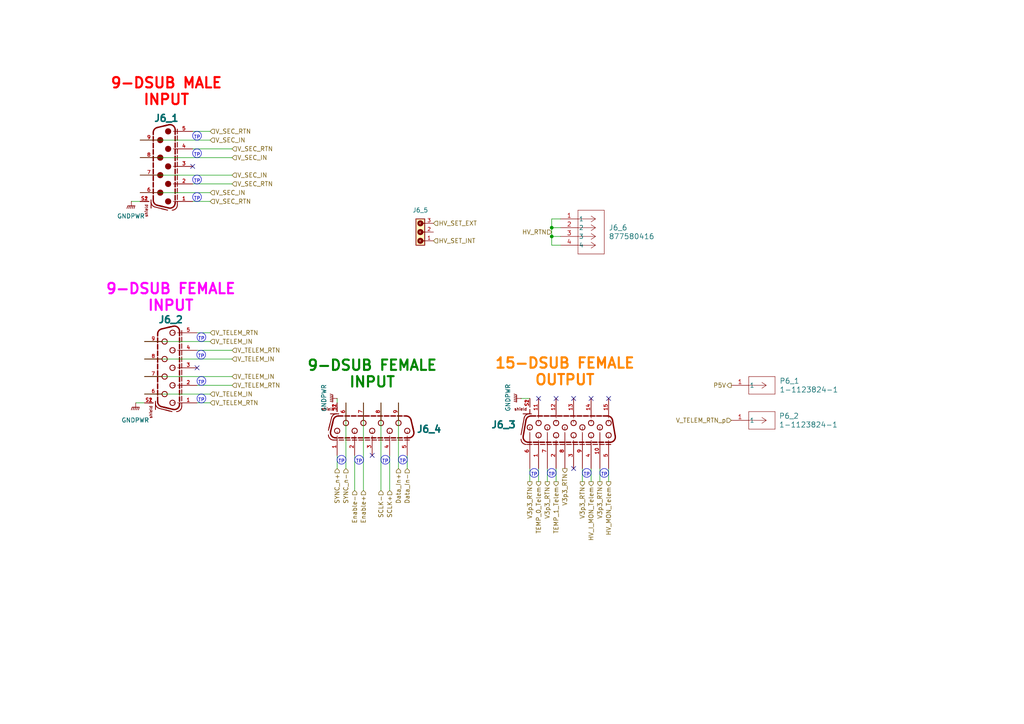
<source format=kicad_sch>
(kicad_sch
	(version 20250114)
	(generator "eeschema")
	(generator_version "9.0")
	(uuid "b0a7ed60-2c52-47a7-bf20-bd00e31639de")
	(paper "A4")
	(lib_symbols
		(symbol "1-1123824-1_1"
			(pin_names
				(offset 0.254)
			)
			(exclude_from_sim no)
			(in_bom yes)
			(on_board yes)
			(property "Reference" "P"
				(at 8.89 6.35 0)
				(effects
					(font
						(size 1.524 1.524)
					)
				)
			)
			(property "Value" "1-1123824-1"
				(at 0 0 0)
				(effects
					(font
						(size 1.524 1.524)
					)
				)
			)
			(property "Footprint" "conn1_1-1123824-1_TEC"
				(at 0 0 0)
				(effects
					(font
						(size 1.27 1.27)
						(italic yes)
					)
					(hide yes)
				)
			)
			(property "Datasheet" "https://www.te.com/commerce/DocumentDelivery/DDEController?Action=srchrtrv&DocNm=1123824&DocType=Customer+Drawing&DocLang=Japanese"
				(at 0 0 0)
				(effects
					(font
						(size 1.27 1.27)
						(italic yes)
					)
					(hide yes)
				)
			)
			(property "Description" "Connector Header Through Hole 1 position"
				(at 0 0 0)
				(effects
					(font
						(size 1.27 1.27)
					)
					(hide yes)
				)
			)
			(property "Manufacturer" "TE Connectivity AMP Connectors"
				(at 0 0 0)
				(effects
					(font
						(size 1.27 1.27)
					)
					(hide yes)
				)
			)
			(property "Man. Part Num" "1-1123824-1"
				(at 0 0 0)
				(effects
					(font
						(size 1.27 1.27)
					)
					(hide yes)
				)
			)
			(property "Distributor" "Digi-Key"
				(at 0 0 0)
				(effects
					(font
						(size 1.27 1.27)
					)
					(hide yes)
				)
			)
			(property "Dist. Part Num" "A30708-ND"
				(at 0 0 0)
				(effects
					(font
						(size 1.27 1.27)
					)
					(hide yes)
				)
			)
			(property "Part Type" "Through Hole"
				(at 0 0 0)
				(effects
					(font
						(size 1.27 1.27)
					)
					(hide yes)
				)
			)
			(property "Package" "-"
				(at 0 0 0)
				(effects
					(font
						(size 1.27 1.27)
					)
					(hide yes)
				)
			)
			(property "Notes" ""
				(at 0 0 0)
				(effects
					(font
						(size 1.27 1.27)
					)
					(hide yes)
				)
			)
			(property "ki_keywords" "1-1123824-1"
				(at 0 0 0)
				(effects
					(font
						(size 1.27 1.27)
					)
					(hide yes)
				)
			)
			(property "ki_fp_filters" "conn1_1-1123824-1_TEC"
				(at 0 0 0)
				(effects
					(font
						(size 1.27 1.27)
					)
					(hide yes)
				)
			)
			(symbol "1-1123824-1_1_0_1"
				(polyline
					(pts
						(xy 5.08 2.54) (xy 5.08 -2.54)
					)
					(stroke
						(width 0.127)
						(type default)
					)
					(fill
						(type none)
					)
				)
				(polyline
					(pts
						(xy 5.08 -2.54) (xy 12.7 -2.54)
					)
					(stroke
						(width 0.127)
						(type default)
					)
					(fill
						(type none)
					)
				)
				(polyline
					(pts
						(xy 10.16 0) (xy 5.08 0)
					)
					(stroke
						(width 0.127)
						(type default)
					)
					(fill
						(type none)
					)
				)
				(polyline
					(pts
						(xy 10.16 0) (xy 8.89 0.8467)
					)
					(stroke
						(width 0.127)
						(type default)
					)
					(fill
						(type none)
					)
				)
				(polyline
					(pts
						(xy 10.16 0) (xy 8.89 -0.8467)
					)
					(stroke
						(width 0.127)
						(type default)
					)
					(fill
						(type none)
					)
				)
				(polyline
					(pts
						(xy 12.7 2.54) (xy 5.08 2.54)
					)
					(stroke
						(width 0.127)
						(type default)
					)
					(fill
						(type none)
					)
				)
				(polyline
					(pts
						(xy 12.7 -2.54) (xy 12.7 2.54)
					)
					(stroke
						(width 0.127)
						(type default)
					)
					(fill
						(type none)
					)
				)
				(pin unspecified line
					(at 0 0 0)
					(length 5.08)
					(name "1"
						(effects
							(font
								(size 1.27 1.27)
							)
						)
					)
					(number "1"
						(effects
							(font
								(size 1.27 1.27)
							)
						)
					)
				)
			)
			(embedded_fonts no)
		)
		(symbol "6180XX231121_618009231121_1"
			(pin_names
				(offset 1.016)
			)
			(exclude_from_sim no)
			(in_bom yes)
			(on_board yes)
			(property "Reference" "J"
				(at 13.78 1.66 0)
				(effects
					(font
						(size 1.27 1.27)
					)
					(justify left bottom)
				)
			)
			(property "Value" "618009231121"
				(at 0 0 0)
				(effects
					(font
						(size 1.27 1.27)
					)
					(justify bottom)
					(hide yes)
				)
			)
			(property "Footprint" "6180XX231121_618009231121:618009231121"
				(at 0 0 0)
				(effects
					(font
						(size 1.27 1.27)
					)
					(justify bottom)
					(hide yes)
				)
			)
			(property "Datasheet" "https://www.we-online.com/components/products/datasheet/618009231121.pdf"
				(at 0 0 0)
				(effects
					(font
						(size 1.27 1.27)
					)
					(hide yes)
				)
			)
			(property "Description" "9 Position D-Sub Receptacle, Female Sockets Connector"
				(at 0 0 0)
				(effects
					(font
						(size 1.27 1.27)
					)
					(hide yes)
				)
			)
			(property "Manufacturer" "Wurth Elektronik"
				(at 0 0 0)
				(effects
					(font
						(size 1.27 1.27)
					)
					(justify bottom)
					(hide yes)
				)
			)
			(property "Man. Part Num" "618009231121"
				(at 0 0 0)
				(effects
					(font
						(size 1.27 1.27)
					)
					(justify bottom)
					(hide yes)
				)
			)
			(property "Gender" "Female"
				(at 0 0 0)
				(effects
					(font
						(size 1.27 1.27)
					)
					(justify bottom)
					(hide yes)
				)
			)
			(property "Part Type" "Through Hole"
				(at 0 0 0)
				(effects
					(font
						(size 1.27 1.27)
					)
					(hide yes)
				)
			)
			(property "Voltage Rating" "125 VAC"
				(at 0 0 0)
				(effects
					(font
						(size 1.27 1.27)
					)
					(justify bottom)
					(hide yes)
				)
			)
			(property "Distributor" "Digi-Key"
				(at 0 0 0)
				(effects
					(font
						(size 1.27 1.27)
					)
					(hide yes)
				)
			)
			(property "Dist. Part Num" "732-618009231121-ND"
				(at 0 0 0)
				(effects
					(font
						(size 1.27 1.27)
					)
					(hide yes)
				)
			)
			(property "Dist. URL" "https://www.digikey.com/en/products/detail/w%C3%BCrth-elektronik/618009231121/10484687?s=N4IgTCBcDaIOwGYwFoBsBGAHABmwTjAXXTHWQDkAREAXQF8g"
				(at 0 0 0)
				(effects
					(font
						(size 1.27 1.27)
					)
					(hide yes)
				)
			)
			(property "ki_keywords" "9 Position D-Sub Receptacle, Female Sockets Connector"
				(at 0 0 0)
				(effects
					(font
						(size 1.27 1.27)
					)
					(hide yes)
				)
			)
			(symbol "6180XX231121_618009231121_1_0_0"
				(polyline
					(pts
						(xy -11.7108 -0.8009) (xy -12.0642 0.6952)
					)
					(stroke
						(width 0.4064)
						(type default)
					)
					(fill
						(type none)
					)
				)
				(polyline
					(pts
						(xy -11.2729 -2.6548) (xy -11.9182 0.0772)
					)
					(stroke
						(width 0.4064)
						(type default)
					)
					(fill
						(type none)
					)
				)
				(polyline
					(pts
						(xy -10.795 3.175) (xy -9.4305 3.175)
					)
					(stroke
						(width 0.254)
						(type default)
					)
					(fill
						(type none)
					)
				)
				(polyline
					(pts
						(xy -10.6044 2.54) (xy -9.3113 2.54)
					)
					(stroke
						(width 0.4064)
						(type default)
					)
					(fill
						(type none)
					)
				)
				(arc
					(start -12.0642 0.6952)
					(mid -11.7806 1.9708)
					(end -10.6044 2.54)
					(stroke
						(width 0.4064)
						(type default)
					)
					(fill
						(type none)
					)
				)
				(polyline
					(pts
						(xy -10.16 2.58) (xy -10.16 1.935)
					)
					(stroke
						(width 0.1524)
						(type default)
					)
					(fill
						(type none)
					)
				)
				(polyline
					(pts
						(xy -10.16 0.675) (xy -10.16 1.3)
					)
					(stroke
						(width 0.1524)
						(type default)
					)
					(fill
						(type none)
					)
				)
				(circle
					(center -10.16 0.508)
					(radius 0.762)
					(stroke
						(width 0.254)
						(type default)
					)
					(fill
						(type none)
					)
				)
				(arc
					(start -9.8131 -3.81)
					(mid -10.7439 -3.4862)
					(end -11.2729 -2.6548)
					(stroke
						(width 0.4064)
						(type default)
					)
					(fill
						(type none)
					)
				)
				(polyline
					(pts
						(xy -9.237 -3.81) (xy -9.8131 -3.81)
					)
					(stroke
						(width 0.4064)
						(type default)
					)
					(fill
						(type none)
					)
				)
				(polyline
					(pts
						(xy -8.89 3.175) (xy -7.5255 3.175)
					)
					(stroke
						(width 0.254)
						(type default)
					)
					(fill
						(type none)
					)
				)
				(polyline
					(pts
						(xy -8.6994 2.54) (xy -7.4063 2.54)
					)
					(stroke
						(width 0.4064)
						(type default)
					)
					(fill
						(type none)
					)
				)
				(circle
					(center -7.62 -1.778)
					(radius 0.762)
					(stroke
						(width 0.254)
						(type default)
					)
					(fill
						(type none)
					)
				)
				(polyline
					(pts
						(xy -7.332 -3.81) (xy -8.6596 -3.81)
					)
					(stroke
						(width 0.4064)
						(type default)
					)
					(fill
						(type none)
					)
				)
				(polyline
					(pts
						(xy -6.985 3.175) (xy -5.6205 3.175)
					)
					(stroke
						(width 0.254)
						(type default)
					)
					(fill
						(type none)
					)
				)
				(polyline
					(pts
						(xy -6.7944 2.54) (xy -5.5013 2.54)
					)
					(stroke
						(width 0.4064)
						(type default)
					)
					(fill
						(type none)
					)
				)
				(polyline
					(pts
						(xy -5.427 -3.81) (xy -6.7546 -3.81)
					)
					(stroke
						(width 0.4064)
						(type default)
					)
					(fill
						(type none)
					)
				)
				(polyline
					(pts
						(xy -5.08 3.175) (xy -3.7155 3.175)
					)
					(stroke
						(width 0.254)
						(type default)
					)
					(fill
						(type none)
					)
				)
				(polyline
					(pts
						(xy -5.08 2.58) (xy -5.08 1.935)
					)
					(stroke
						(width 0.1524)
						(type default)
					)
					(fill
						(type none)
					)
				)
				(polyline
					(pts
						(xy -5.08 0.675) (xy -5.08 1.3)
					)
					(stroke
						(width 0.1524)
						(type default)
					)
					(fill
						(type none)
					)
				)
				(circle
					(center -5.08 0.508)
					(radius 0.762)
					(stroke
						(width 0.254)
						(type default)
					)
					(fill
						(type none)
					)
				)
				(polyline
					(pts
						(xy -4.8894 2.54) (xy -3.5963 2.54)
					)
					(stroke
						(width 0.4064)
						(type default)
					)
					(fill
						(type none)
					)
				)
				(polyline
					(pts
						(xy -3.522 -3.81) (xy -4.8496 -3.81)
					)
					(stroke
						(width 0.4064)
						(type default)
					)
					(fill
						(type none)
					)
				)
				(polyline
					(pts
						(xy -3.175 3.175) (xy -1.8105 3.175)
					)
					(stroke
						(width 0.254)
						(type default)
					)
					(fill
						(type none)
					)
				)
				(polyline
					(pts
						(xy -2.9844 2.54) (xy -1.6913 2.54)
					)
					(stroke
						(width 0.4064)
						(type default)
					)
					(fill
						(type none)
					)
				)
				(circle
					(center -2.54 -1.778)
					(radius 0.762)
					(stroke
						(width 0.254)
						(type default)
					)
					(fill
						(type none)
					)
				)
				(polyline
					(pts
						(xy -1.617 -3.81) (xy -2.9446 -3.81)
					)
					(stroke
						(width 0.4064)
						(type default)
					)
					(fill
						(type none)
					)
				)
				(polyline
					(pts
						(xy -1.27 3.175) (xy 0.0945 3.175)
					)
					(stroke
						(width 0.254)
						(type default)
					)
					(fill
						(type none)
					)
				)
				(polyline
					(pts
						(xy -1.0794 2.54) (xy 0.2137 2.54)
					)
					(stroke
						(width 0.4064)
						(type default)
					)
					(fill
						(type none)
					)
				)
				(polyline
					(pts
						(xy 0 2.58) (xy 0 1.935)
					)
					(stroke
						(width 0.1524)
						(type default)
					)
					(fill
						(type none)
					)
				)
				(polyline
					(pts
						(xy 0 0.675) (xy 0 1.3)
					)
					(stroke
						(width 0.1524)
						(type default)
					)
					(fill
						(type none)
					)
				)
				(circle
					(center 0 0.508)
					(radius 0.762)
					(stroke
						(width 0.254)
						(type default)
					)
					(fill
						(type none)
					)
				)
				(polyline
					(pts
						(xy 0.288 -3.81) (xy -1.0396 -3.81)
					)
					(stroke
						(width 0.4064)
						(type default)
					)
					(fill
						(type none)
					)
				)
				(polyline
					(pts
						(xy 0.635 3.175) (xy 1.9996 3.175)
					)
					(stroke
						(width 0.254)
						(type default)
					)
					(fill
						(type none)
					)
				)
				(polyline
					(pts
						(xy 0.8256 2.54) (xy 2.1187 2.54)
					)
					(stroke
						(width 0.4064)
						(type default)
					)
					(fill
						(type none)
					)
				)
				(polyline
					(pts
						(xy 2.1931 -3.81) (xy 0.8654 -3.81)
					)
					(stroke
						(width 0.4064)
						(type default)
					)
					(fill
						(type none)
					)
				)
				(polyline
					(pts
						(xy 2.54 3.175) (xy 3.9046 3.175)
					)
					(stroke
						(width 0.254)
						(type default)
					)
					(fill
						(type none)
					)
				)
				(circle
					(center 2.54 -1.778)
					(radius 0.762)
					(stroke
						(width 0.254)
						(type default)
					)
					(fill
						(type none)
					)
				)
				(polyline
					(pts
						(xy 2.7306 2.54) (xy 4.0237 2.54)
					)
					(stroke
						(width 0.4064)
						(type default)
					)
					(fill
						(type none)
					)
				)
				(polyline
					(pts
						(xy 4.0981 -3.81) (xy 2.7704 -3.81)
					)
					(stroke
						(width 0.4064)
						(type default)
					)
					(fill
						(type none)
					)
				)
				(polyline
					(pts
						(xy 4.445 3.175) (xy 5.8096 3.175)
					)
					(stroke
						(width 0.254)
						(type default)
					)
					(fill
						(type none)
					)
				)
				(polyline
					(pts
						(xy 4.6356 2.54) (xy 5.9287 2.54)
					)
					(stroke
						(width 0.4064)
						(type default)
					)
					(fill
						(type none)
					)
				)
				(polyline
					(pts
						(xy 5.08 2.58) (xy 5.08 1.935)
					)
					(stroke
						(width 0.1524)
						(type default)
					)
					(fill
						(type none)
					)
				)
				(polyline
					(pts
						(xy 5.08 0.675) (xy 5.08 1.3)
					)
					(stroke
						(width 0.1524)
						(type default)
					)
					(fill
						(type none)
					)
				)
				(circle
					(center 5.08 0.508)
					(radius 0.762)
					(stroke
						(width 0.254)
						(type default)
					)
					(fill
						(type none)
					)
				)
				(polyline
					(pts
						(xy 6.0031 -3.81) (xy 4.6754 -3.81)
					)
					(stroke
						(width 0.4064)
						(type default)
					)
					(fill
						(type none)
					)
				)
				(polyline
					(pts
						(xy 6.35 3.175) (xy 7.7146 3.175)
					)
					(stroke
						(width 0.254)
						(type default)
					)
					(fill
						(type none)
					)
				)
				(polyline
					(pts
						(xy 6.5406 2.54) (xy 7.8337 2.54)
					)
					(stroke
						(width 0.4064)
						(type default)
					)
					(fill
						(type none)
					)
				)
				(circle
					(center 7.62 -1.778)
					(radius 0.762)
					(stroke
						(width 0.254)
						(type default)
					)
					(fill
						(type none)
					)
				)
				(polyline
					(pts
						(xy 7.9081 -3.81) (xy 6.5804 -3.81)
					)
					(stroke
						(width 0.4064)
						(type default)
					)
					(fill
						(type none)
					)
				)
				(polyline
					(pts
						(xy 8.255 3.175) (xy 9.6196 3.175)
					)
					(stroke
						(width 0.254)
						(type default)
					)
					(fill
						(type none)
					)
				)
				(polyline
					(pts
						(xy 8.4456 2.54) (xy 9.7387 2.54)
					)
					(stroke
						(width 0.4064)
						(type default)
					)
					(fill
						(type none)
					)
				)
				(arc
					(start 11.2729 -2.6548)
					(mid 10.7439 -3.4863)
					(end 9.8131 -3.81)
					(stroke
						(width 0.4064)
						(type default)
					)
					(fill
						(type none)
					)
				)
				(polyline
					(pts
						(xy 9.8131 -3.81) (xy 8.4854 -3.81)
					)
					(stroke
						(width 0.4064)
						(type default)
					)
					(fill
						(type none)
					)
				)
				(polyline
					(pts
						(xy 10.16 3.175) (xy 11.2 3.175)
					)
					(stroke
						(width 0.254)
						(type default)
					)
					(fill
						(type none)
					)
				)
				(polyline
					(pts
						(xy 10.16 2.58) (xy 10.16 1.935)
					)
					(stroke
						(width 0.1524)
						(type default)
					)
					(fill
						(type none)
					)
				)
				(polyline
					(pts
						(xy 10.16 0.675) (xy 10.16 1.3)
					)
					(stroke
						(width 0.1524)
						(type default)
					)
					(fill
						(type none)
					)
				)
				(circle
					(center 10.16 0.508)
					(radius 0.762)
					(stroke
						(width 0.254)
						(type default)
					)
					(fill
						(type none)
					)
				)
				(polyline
					(pts
						(xy 10.16 -4.445) (xy 10.16 -4.445)
					)
					(stroke
						(width 0.254)
						(type default)
					)
					(fill
						(type none)
					)
				)
				(polyline
					(pts
						(xy 10.16 -6.35) (xy 10.16 -5.08)
					)
					(stroke
						(width 0.254)
						(type default)
					)
					(fill
						(type none)
					)
				)
				(polyline
					(pts
						(xy 10.2 -4.44) (xy 9.6938 -4.44)
					)
					(stroke
						(width 0.254)
						(type default)
					)
					(fill
						(type none)
					)
				)
				(arc
					(start 11.7841 -3.3038)
					(mid 11.2519 -4.1219)
					(end 10.3288 -4.44)
					(stroke
						(width 0.254)
						(type default)
					)
					(fill
						(type none)
					)
				)
				(polyline
					(pts
						(xy 10.3506 2.54) (xy 10.6044 2.54)
					)
					(stroke
						(width 0.4064)
						(type default)
					)
					(fill
						(type none)
					)
				)
				(arc
					(start 10.6044 2.54)
					(mid 11.7804 1.9707)
					(end 12.0642 0.6952)
					(stroke
						(width 0.4064)
						(type default)
					)
					(fill
						(type none)
					)
				)
				(arc
					(start 11.2 3.175)
					(mid 12.2607 2.7357)
					(end 12.7 1.675)
					(stroke
						(width 0.254)
						(type default)
					)
					(fill
						(type none)
					)
				)
				(polyline
					(pts
						(xy 11.6263 -1.1588) (xy 11.2729 -2.6548)
					)
					(stroke
						(width 0.4064)
						(type default)
					)
					(fill
						(type none)
					)
				)
				(polyline
					(pts
						(xy 11.7841 -3.3038) (xy 12.546 -0.256)
					)
					(stroke
						(width 0.254)
						(type default)
					)
					(fill
						(type none)
					)
				)
				(polyline
					(pts
						(xy 12.0642 0.6952) (xy 11.4189 -2.0369)
					)
					(stroke
						(width 0.4064)
						(type default)
					)
					(fill
						(type none)
					)
				)
				(polyline
					(pts
						(xy 12.105 -4.44) (xy 10.3288 -4.44)
					)
					(stroke
						(width 0.254)
						(type default)
					)
					(fill
						(type none)
					)
				)
				(polyline
					(pts
						(xy 12.2461 -1.4557) (xy 12.7 0.36)
					)
					(stroke
						(width 0.254)
						(type default)
					)
					(fill
						(type none)
					)
				)
				(text "shield"
					(at 10.9 -5.32 0)
					(effects
						(font
							(size 0.8128 0.8128)
						)
						(justify left bottom)
					)
				)
				(pin bidirectional line
					(at -10.16 7.62 270)
					(length 5.08)
					(name "~"
						(effects
							(font
								(size 1.016 1.016)
							)
						)
					)
					(number "5"
						(effects
							(font
								(size 1.016 1.016)
							)
						)
					)
				)
				(pin bidirectional line
					(at -7.62 -7.62 90)
					(length 5.08)
					(name "~"
						(effects
							(font
								(size 1.016 1.016)
							)
						)
					)
					(number "9"
						(effects
							(font
								(size 1.016 1.016)
							)
						)
					)
				)
				(pin bidirectional line
					(at -5.08 7.62 270)
					(length 5.08)
					(name "~"
						(effects
							(font
								(size 1.016 1.016)
							)
						)
					)
					(number "4"
						(effects
							(font
								(size 1.016 1.016)
							)
						)
					)
				)
				(pin bidirectional line
					(at -2.54 -7.62 90)
					(length 5.08)
					(name "~"
						(effects
							(font
								(size 1.016 1.016)
							)
						)
					)
					(number "8"
						(effects
							(font
								(size 1.016 1.016)
							)
						)
					)
				)
				(pin bidirectional line
					(at 0 7.62 270)
					(length 5.08)
					(name "~"
						(effects
							(font
								(size 1.016 1.016)
							)
						)
					)
					(number "3"
						(effects
							(font
								(size 1.016 1.016)
							)
						)
					)
				)
				(pin bidirectional line
					(at 2.54 -7.62 90)
					(length 5.08)
					(name "~"
						(effects
							(font
								(size 1.016 1.016)
							)
						)
					)
					(number "7"
						(effects
							(font
								(size 1.016 1.016)
							)
						)
					)
				)
				(pin bidirectional line
					(at 5.08 7.62 270)
					(length 5.08)
					(name "~"
						(effects
							(font
								(size 1.016 1.016)
							)
						)
					)
					(number "2"
						(effects
							(font
								(size 1.016 1.016)
							)
						)
					)
				)
				(pin bidirectional line
					(at 10.16 7.62 270)
					(length 5.08)
					(name "~"
						(effects
							(font
								(size 1.016 1.016)
							)
						)
					)
					(number "1"
						(effects
							(font
								(size 1.016 1.016)
							)
						)
					)
				)
				(pin bidirectional line
					(at 10.16 -7.62 90)
					(length 2.54)
					(name "~"
						(effects
							(font
								(size 1.016 1.016)
							)
						)
					)
					(number "S2"
						(effects
							(font
								(size 1.016 1.016)
							)
						)
					)
				)
			)
			(symbol "6180XX231121_618009231121_1_1_0"
				(pin bidirectional line
					(at 7.62 -7.62 90)
					(length 5.08)
					(name "~"
						(effects
							(font
								(size 1.016 1.016)
							)
						)
					)
					(number "6"
						(effects
							(font
								(size 1.016 1.016)
							)
						)
					)
				)
				(pin bidirectional line
					(at 10.16 -7.62 90)
					(length 2.54)
					(name "~"
						(effects
							(font
								(size 1.016 1.016)
							)
						)
					)
					(number "S1"
						(effects
							(font
								(size 1.016 1.016)
							)
						)
					)
				)
			)
			(embedded_fonts no)
		)
		(symbol "6180XX231121_618009231121_2"
			(pin_names
				(offset 1.016)
			)
			(exclude_from_sim no)
			(in_bom yes)
			(on_board yes)
			(property "Reference" "J"
				(at 13.78 1.66 0)
				(effects
					(font
						(size 1.27 1.27)
					)
					(justify left bottom)
				)
			)
			(property "Value" "618009231121"
				(at 0 0 0)
				(effects
					(font
						(size 1.27 1.27)
					)
					(justify bottom)
					(hide yes)
				)
			)
			(property "Footprint" "6180XX231121_618009231121:618009231121"
				(at 0 0 0)
				(effects
					(font
						(size 1.27 1.27)
					)
					(justify bottom)
					(hide yes)
				)
			)
			(property "Datasheet" "https://www.we-online.com/components/products/datasheet/618009231121.pdf"
				(at 0 0 0)
				(effects
					(font
						(size 1.27 1.27)
					)
					(hide yes)
				)
			)
			(property "Description" "9 Position D-Sub Receptacle, Female Sockets Connector"
				(at 0 0 0)
				(effects
					(font
						(size 1.27 1.27)
					)
					(hide yes)
				)
			)
			(property "Manufacturer" "Wurth Elektronik"
				(at 0 0 0)
				(effects
					(font
						(size 1.27 1.27)
					)
					(justify bottom)
					(hide yes)
				)
			)
			(property "Man. Part Num" "618009231121"
				(at 0 0 0)
				(effects
					(font
						(size 1.27 1.27)
					)
					(justify bottom)
					(hide yes)
				)
			)
			(property "Gender" "Female"
				(at 0 0 0)
				(effects
					(font
						(size 1.27 1.27)
					)
					(justify bottom)
					(hide yes)
				)
			)
			(property "Part Type" "Through Hole"
				(at 0 0 0)
				(effects
					(font
						(size 1.27 1.27)
					)
					(hide yes)
				)
			)
			(property "Voltage Rating" "125 VAC"
				(at 0 0 0)
				(effects
					(font
						(size 1.27 1.27)
					)
					(justify bottom)
					(hide yes)
				)
			)
			(property "Distributor" "Digi-Key"
				(at 0 0 0)
				(effects
					(font
						(size 1.27 1.27)
					)
					(hide yes)
				)
			)
			(property "Dist. Part Num" "732-618009231121-ND"
				(at 0 0 0)
				(effects
					(font
						(size 1.27 1.27)
					)
					(hide yes)
				)
			)
			(property "Dist. URL" "https://www.digikey.com/en/products/detail/w%C3%BCrth-elektronik/618009231121/10484687?s=N4IgTCBcDaIOwGYwFoBsBGAHABmwTjAXXTHWQDkAREAXQF8g"
				(at 0 0 0)
				(effects
					(font
						(size 1.27 1.27)
					)
					(hide yes)
				)
			)
			(property "ki_keywords" "9 Position D-Sub Receptacle, Female Sockets Connector"
				(at 0 0 0)
				(effects
					(font
						(size 1.27 1.27)
					)
					(hide yes)
				)
			)
			(symbol "6180XX231121_618009231121_2_0_0"
				(polyline
					(pts
						(xy -11.7108 -0.8009) (xy -12.0642 0.6952)
					)
					(stroke
						(width 0.4064)
						(type default)
					)
					(fill
						(type none)
					)
				)
				(polyline
					(pts
						(xy -11.2729 -2.6548) (xy -11.9182 0.0772)
					)
					(stroke
						(width 0.4064)
						(type default)
					)
					(fill
						(type none)
					)
				)
				(polyline
					(pts
						(xy -10.795 3.175) (xy -9.4305 3.175)
					)
					(stroke
						(width 0.254)
						(type default)
					)
					(fill
						(type none)
					)
				)
				(polyline
					(pts
						(xy -10.6044 2.54) (xy -9.3113 2.54)
					)
					(stroke
						(width 0.4064)
						(type default)
					)
					(fill
						(type none)
					)
				)
				(arc
					(start -12.0642 0.6952)
					(mid -11.7806 1.9708)
					(end -10.6044 2.54)
					(stroke
						(width 0.4064)
						(type default)
					)
					(fill
						(type none)
					)
				)
				(polyline
					(pts
						(xy -10.16 2.58) (xy -10.16 1.935)
					)
					(stroke
						(width 0.1524)
						(type default)
					)
					(fill
						(type none)
					)
				)
				(polyline
					(pts
						(xy -10.16 0.675) (xy -10.16 1.3)
					)
					(stroke
						(width 0.1524)
						(type default)
					)
					(fill
						(type none)
					)
				)
				(circle
					(center -10.16 0.508)
					(radius 0.762)
					(stroke
						(width 0.254)
						(type default)
					)
					(fill
						(type none)
					)
				)
				(arc
					(start -9.8131 -3.81)
					(mid -10.7439 -3.4862)
					(end -11.2729 -2.6548)
					(stroke
						(width 0.4064)
						(type default)
					)
					(fill
						(type none)
					)
				)
				(polyline
					(pts
						(xy -9.237 -3.81) (xy -9.8131 -3.81)
					)
					(stroke
						(width 0.4064)
						(type default)
					)
					(fill
						(type none)
					)
				)
				(polyline
					(pts
						(xy -8.89 3.175) (xy -7.5255 3.175)
					)
					(stroke
						(width 0.254)
						(type default)
					)
					(fill
						(type none)
					)
				)
				(polyline
					(pts
						(xy -8.6994 2.54) (xy -7.4063 2.54)
					)
					(stroke
						(width 0.4064)
						(type default)
					)
					(fill
						(type none)
					)
				)
				(circle
					(center -7.62 -1.778)
					(radius 0.762)
					(stroke
						(width 0.254)
						(type default)
					)
					(fill
						(type none)
					)
				)
				(polyline
					(pts
						(xy -7.332 -3.81) (xy -8.6596 -3.81)
					)
					(stroke
						(width 0.4064)
						(type default)
					)
					(fill
						(type none)
					)
				)
				(polyline
					(pts
						(xy -6.985 3.175) (xy -5.6205 3.175)
					)
					(stroke
						(width 0.254)
						(type default)
					)
					(fill
						(type none)
					)
				)
				(polyline
					(pts
						(xy -6.7944 2.54) (xy -5.5013 2.54)
					)
					(stroke
						(width 0.4064)
						(type default)
					)
					(fill
						(type none)
					)
				)
				(polyline
					(pts
						(xy -5.427 -3.81) (xy -6.7546 -3.81)
					)
					(stroke
						(width 0.4064)
						(type default)
					)
					(fill
						(type none)
					)
				)
				(polyline
					(pts
						(xy -5.08 3.175) (xy -3.7155 3.175)
					)
					(stroke
						(width 0.254)
						(type default)
					)
					(fill
						(type none)
					)
				)
				(polyline
					(pts
						(xy -5.08 2.58) (xy -5.08 1.935)
					)
					(stroke
						(width 0.1524)
						(type default)
					)
					(fill
						(type none)
					)
				)
				(polyline
					(pts
						(xy -5.08 0.675) (xy -5.08 1.3)
					)
					(stroke
						(width 0.1524)
						(type default)
					)
					(fill
						(type none)
					)
				)
				(circle
					(center -5.08 0.508)
					(radius 0.762)
					(stroke
						(width 0.254)
						(type default)
					)
					(fill
						(type none)
					)
				)
				(polyline
					(pts
						(xy -4.8894 2.54) (xy -3.5963 2.54)
					)
					(stroke
						(width 0.4064)
						(type default)
					)
					(fill
						(type none)
					)
				)
				(polyline
					(pts
						(xy -3.522 -3.81) (xy -4.8496 -3.81)
					)
					(stroke
						(width 0.4064)
						(type default)
					)
					(fill
						(type none)
					)
				)
				(polyline
					(pts
						(xy -3.175 3.175) (xy -1.8105 3.175)
					)
					(stroke
						(width 0.254)
						(type default)
					)
					(fill
						(type none)
					)
				)
				(polyline
					(pts
						(xy -2.9844 2.54) (xy -1.6913 2.54)
					)
					(stroke
						(width 0.4064)
						(type default)
					)
					(fill
						(type none)
					)
				)
				(circle
					(center -2.54 -1.778)
					(radius 0.762)
					(stroke
						(width 0.254)
						(type default)
					)
					(fill
						(type none)
					)
				)
				(polyline
					(pts
						(xy -1.617 -3.81) (xy -2.9446 -3.81)
					)
					(stroke
						(width 0.4064)
						(type default)
					)
					(fill
						(type none)
					)
				)
				(polyline
					(pts
						(xy -1.27 3.175) (xy 0.0945 3.175)
					)
					(stroke
						(width 0.254)
						(type default)
					)
					(fill
						(type none)
					)
				)
				(polyline
					(pts
						(xy -1.0794 2.54) (xy 0.2137 2.54)
					)
					(stroke
						(width 0.4064)
						(type default)
					)
					(fill
						(type none)
					)
				)
				(polyline
					(pts
						(xy 0 2.58) (xy 0 1.935)
					)
					(stroke
						(width 0.1524)
						(type default)
					)
					(fill
						(type none)
					)
				)
				(polyline
					(pts
						(xy 0 0.675) (xy 0 1.3)
					)
					(stroke
						(width 0.1524)
						(type default)
					)
					(fill
						(type none)
					)
				)
				(circle
					(center 0 0.508)
					(radius 0.762)
					(stroke
						(width 0.254)
						(type default)
					)
					(fill
						(type none)
					)
				)
				(polyline
					(pts
						(xy 0.288 -3.81) (xy -1.0396 -3.81)
					)
					(stroke
						(width 0.4064)
						(type default)
					)
					(fill
						(type none)
					)
				)
				(polyline
					(pts
						(xy 0.635 3.175) (xy 1.9996 3.175)
					)
					(stroke
						(width 0.254)
						(type default)
					)
					(fill
						(type none)
					)
				)
				(polyline
					(pts
						(xy 0.8256 2.54) (xy 2.1187 2.54)
					)
					(stroke
						(width 0.4064)
						(type default)
					)
					(fill
						(type none)
					)
				)
				(polyline
					(pts
						(xy 2.1931 -3.81) (xy 0.8654 -3.81)
					)
					(stroke
						(width 0.4064)
						(type default)
					)
					(fill
						(type none)
					)
				)
				(polyline
					(pts
						(xy 2.54 3.175) (xy 3.9046 3.175)
					)
					(stroke
						(width 0.254)
						(type default)
					)
					(fill
						(type none)
					)
				)
				(circle
					(center 2.54 -1.778)
					(radius 0.762)
					(stroke
						(width 0.254)
						(type default)
					)
					(fill
						(type none)
					)
				)
				(polyline
					(pts
						(xy 2.7306 2.54) (xy 4.0237 2.54)
					)
					(stroke
						(width 0.4064)
						(type default)
					)
					(fill
						(type none)
					)
				)
				(polyline
					(pts
						(xy 4.0981 -3.81) (xy 2.7704 -3.81)
					)
					(stroke
						(width 0.4064)
						(type default)
					)
					(fill
						(type none)
					)
				)
				(polyline
					(pts
						(xy 4.445 3.175) (xy 5.8096 3.175)
					)
					(stroke
						(width 0.254)
						(type default)
					)
					(fill
						(type none)
					)
				)
				(polyline
					(pts
						(xy 4.6356 2.54) (xy 5.9287 2.54)
					)
					(stroke
						(width 0.4064)
						(type default)
					)
					(fill
						(type none)
					)
				)
				(polyline
					(pts
						(xy 5.08 2.58) (xy 5.08 1.935)
					)
					(stroke
						(width 0.1524)
						(type default)
					)
					(fill
						(type none)
					)
				)
				(polyline
					(pts
						(xy 5.08 0.675) (xy 5.08 1.3)
					)
					(stroke
						(width 0.1524)
						(type default)
					)
					(fill
						(type none)
					)
				)
				(circle
					(center 5.08 0.508)
					(radius 0.762)
					(stroke
						(width 0.254)
						(type default)
					)
					(fill
						(type none)
					)
				)
				(polyline
					(pts
						(xy 6.0031 -3.81) (xy 4.6754 -3.81)
					)
					(stroke
						(width 0.4064)
						(type default)
					)
					(fill
						(type none)
					)
				)
				(polyline
					(pts
						(xy 6.35 3.175) (xy 7.7146 3.175)
					)
					(stroke
						(width 0.254)
						(type default)
					)
					(fill
						(type none)
					)
				)
				(polyline
					(pts
						(xy 6.5406 2.54) (xy 7.8337 2.54)
					)
					(stroke
						(width 0.4064)
						(type default)
					)
					(fill
						(type none)
					)
				)
				(circle
					(center 7.62 -1.778)
					(radius 0.762)
					(stroke
						(width 0.254)
						(type default)
					)
					(fill
						(type none)
					)
				)
				(polyline
					(pts
						(xy 7.9081 -3.81) (xy 6.5804 -3.81)
					)
					(stroke
						(width 0.4064)
						(type default)
					)
					(fill
						(type none)
					)
				)
				(polyline
					(pts
						(xy 8.255 3.175) (xy 9.6196 3.175)
					)
					(stroke
						(width 0.254)
						(type default)
					)
					(fill
						(type none)
					)
				)
				(polyline
					(pts
						(xy 8.4456 2.54) (xy 9.7387 2.54)
					)
					(stroke
						(width 0.4064)
						(type default)
					)
					(fill
						(type none)
					)
				)
				(arc
					(start 11.2729 -2.6548)
					(mid 10.7439 -3.4863)
					(end 9.8131 -3.81)
					(stroke
						(width 0.4064)
						(type default)
					)
					(fill
						(type none)
					)
				)
				(polyline
					(pts
						(xy 9.8131 -3.81) (xy 8.4854 -3.81)
					)
					(stroke
						(width 0.4064)
						(type default)
					)
					(fill
						(type none)
					)
				)
				(polyline
					(pts
						(xy 10.16 3.175) (xy 11.2 3.175)
					)
					(stroke
						(width 0.254)
						(type default)
					)
					(fill
						(type none)
					)
				)
				(polyline
					(pts
						(xy 10.16 2.58) (xy 10.16 1.935)
					)
					(stroke
						(width 0.1524)
						(type default)
					)
					(fill
						(type none)
					)
				)
				(polyline
					(pts
						(xy 10.16 0.675) (xy 10.16 1.3)
					)
					(stroke
						(width 0.1524)
						(type default)
					)
					(fill
						(type none)
					)
				)
				(circle
					(center 10.16 0.508)
					(radius 0.762)
					(stroke
						(width 0.254)
						(type default)
					)
					(fill
						(type none)
					)
				)
				(polyline
					(pts
						(xy 10.16 -4.445) (xy 10.16 -4.445)
					)
					(stroke
						(width 0.254)
						(type default)
					)
					(fill
						(type none)
					)
				)
				(polyline
					(pts
						(xy 10.16 -6.35) (xy 10.16 -5.08)
					)
					(stroke
						(width 0.254)
						(type default)
					)
					(fill
						(type none)
					)
				)
				(polyline
					(pts
						(xy 10.2 -4.44) (xy 9.6938 -4.44)
					)
					(stroke
						(width 0.254)
						(type default)
					)
					(fill
						(type none)
					)
				)
				(arc
					(start 11.7841 -3.3038)
					(mid 11.2519 -4.1219)
					(end 10.3288 -4.44)
					(stroke
						(width 0.254)
						(type default)
					)
					(fill
						(type none)
					)
				)
				(polyline
					(pts
						(xy 10.3506 2.54) (xy 10.6044 2.54)
					)
					(stroke
						(width 0.4064)
						(type default)
					)
					(fill
						(type none)
					)
				)
				(arc
					(start 10.6044 2.54)
					(mid 11.7804 1.9707)
					(end 12.0642 0.6952)
					(stroke
						(width 0.4064)
						(type default)
					)
					(fill
						(type none)
					)
				)
				(arc
					(start 11.2 3.175)
					(mid 12.2607 2.7357)
					(end 12.7 1.675)
					(stroke
						(width 0.254)
						(type default)
					)
					(fill
						(type none)
					)
				)
				(polyline
					(pts
						(xy 11.6263 -1.1588) (xy 11.2729 -2.6548)
					)
					(stroke
						(width 0.4064)
						(type default)
					)
					(fill
						(type none)
					)
				)
				(polyline
					(pts
						(xy 11.7841 -3.3038) (xy 12.546 -0.256)
					)
					(stroke
						(width 0.254)
						(type default)
					)
					(fill
						(type none)
					)
				)
				(polyline
					(pts
						(xy 12.0642 0.6952) (xy 11.4189 -2.0369)
					)
					(stroke
						(width 0.4064)
						(type default)
					)
					(fill
						(type none)
					)
				)
				(polyline
					(pts
						(xy 12.105 -4.44) (xy 10.3288 -4.44)
					)
					(stroke
						(width 0.254)
						(type default)
					)
					(fill
						(type none)
					)
				)
				(polyline
					(pts
						(xy 12.2461 -1.4557) (xy 12.7 0.36)
					)
					(stroke
						(width 0.254)
						(type default)
					)
					(fill
						(type none)
					)
				)
				(text "shield"
					(at 10.9 -5.32 0)
					(effects
						(font
							(size 0.8128 0.8128)
						)
						(justify left bottom)
					)
				)
				(pin bidirectional line
					(at -10.16 7.62 270)
					(length 5.08)
					(name "~"
						(effects
							(font
								(size 1.016 1.016)
							)
						)
					)
					(number "5"
						(effects
							(font
								(size 1.016 1.016)
							)
						)
					)
				)
				(pin bidirectional line
					(at -7.62 -7.62 90)
					(length 5.08)
					(name "~"
						(effects
							(font
								(size 1.016 1.016)
							)
						)
					)
					(number "9"
						(effects
							(font
								(size 1.016 1.016)
							)
						)
					)
				)
				(pin bidirectional line
					(at -5.08 7.62 270)
					(length 5.08)
					(name "~"
						(effects
							(font
								(size 1.016 1.016)
							)
						)
					)
					(number "4"
						(effects
							(font
								(size 1.016 1.016)
							)
						)
					)
				)
				(pin bidirectional line
					(at -2.54 -7.62 90)
					(length 5.08)
					(name "~"
						(effects
							(font
								(size 1.016 1.016)
							)
						)
					)
					(number "8"
						(effects
							(font
								(size 1.016 1.016)
							)
						)
					)
				)
				(pin bidirectional line
					(at 0 7.62 270)
					(length 5.08)
					(name "~"
						(effects
							(font
								(size 1.016 1.016)
							)
						)
					)
					(number "3"
						(effects
							(font
								(size 1.016 1.016)
							)
						)
					)
				)
				(pin bidirectional line
					(at 2.54 -7.62 90)
					(length 5.08)
					(name "~"
						(effects
							(font
								(size 1.016 1.016)
							)
						)
					)
					(number "7"
						(effects
							(font
								(size 1.016 1.016)
							)
						)
					)
				)
				(pin bidirectional line
					(at 5.08 7.62 270)
					(length 5.08)
					(name "~"
						(effects
							(font
								(size 1.016 1.016)
							)
						)
					)
					(number "2"
						(effects
							(font
								(size 1.016 1.016)
							)
						)
					)
				)
				(pin bidirectional line
					(at 10.16 7.62 270)
					(length 5.08)
					(name "~"
						(effects
							(font
								(size 1.016 1.016)
							)
						)
					)
					(number "1"
						(effects
							(font
								(size 1.016 1.016)
							)
						)
					)
				)
				(pin bidirectional line
					(at 10.16 -7.62 90)
					(length 2.54)
					(name "~"
						(effects
							(font
								(size 1.016 1.016)
							)
						)
					)
					(number "S2"
						(effects
							(font
								(size 1.016 1.016)
							)
						)
					)
				)
			)
			(symbol "6180XX231121_618009231121_2_1_0"
				(pin bidirectional line
					(at 7.62 -7.62 90)
					(length 5.08)
					(name "~"
						(effects
							(font
								(size 1.016 1.016)
							)
						)
					)
					(number "6"
						(effects
							(font
								(size 1.016 1.016)
							)
						)
					)
				)
				(pin bidirectional line
					(at 10.16 -7.62 90)
					(length 2.54)
					(name "~"
						(effects
							(font
								(size 1.016 1.016)
							)
						)
					)
					(number "S1"
						(effects
							(font
								(size 1.016 1.016)
							)
						)
					)
				)
			)
			(embedded_fonts no)
		)
		(symbol "Molex:877580416"
			(pin_names
				(offset 0.254)
			)
			(exclude_from_sim no)
			(in_bom yes)
			(on_board yes)
			(property "Reference" "J"
				(at 8.89 6.35 0)
				(effects
					(font
						(size 1.524 1.524)
					)
				)
			)
			(property "Value" "877580416"
				(at 0 0 0)
				(effects
					(font
						(size 1.524 1.524)
					)
				)
			)
			(property "Footprint" "Molex:CONN04"
				(at 0 0 0)
				(effects
					(font
						(size 1.27 1.27)
						(italic yes)
					)
					(hide yes)
				)
			)
			(property "Datasheet" "https://tools.molex.com/pdm_docs/sd/877582816_sd.pdf"
				(at 0 0 0)
				(effects
					(font
						(size 1.27 1.27)
						(italic yes)
					)
					(hide yes)
				)
			)
			(property "Description" "Connector Header Through Hole 4 position 0.079\" (2.00mm)"
				(at 0 0 0)
				(effects
					(font
						(size 1.27 1.27)
					)
					(hide yes)
				)
			)
			(property "Manufacturer" "Molex"
				(at 0 0 0)
				(effects
					(font
						(size 1.27 1.27)
					)
					(hide yes)
				)
			)
			(property "Man. Part Num" "0877580416"
				(at 0 0 0)
				(effects
					(font
						(size 1.27 1.27)
					)
					(hide yes)
				)
			)
			(property "Distributor" "Digi-Key"
				(at 0 0 0)
				(effects
					(font
						(size 1.27 1.27)
					)
					(hide yes)
				)
			)
			(property "Dist. Part Num" "WM18833-ND"
				(at 0 0 0)
				(effects
					(font
						(size 1.27 1.27)
					)
					(hide yes)
				)
			)
			(property "Package" "-"
				(at 0 0 0)
				(effects
					(font
						(size 1.27 1.27)
					)
					(hide yes)
				)
			)
			(property "Part Type" "Through Hole"
				(at 0 0 0)
				(effects
					(font
						(size 1.27 1.27)
					)
					(hide yes)
				)
			)
			(property "Notes" "-"
				(at 0 0 0)
				(effects
					(font
						(size 1.27 1.27)
					)
					(hide yes)
				)
			)
			(property "ki_keywords" "877580416"
				(at 0 0 0)
				(effects
					(font
						(size 1.27 1.27)
					)
					(hide yes)
				)
			)
			(property "ki_fp_filters" "CONN04_877580416_MOL"
				(at 0 0 0)
				(effects
					(font
						(size 1.27 1.27)
					)
					(hide yes)
				)
			)
			(symbol "877580416_1_1"
				(polyline
					(pts
						(xy 5.08 2.54) (xy 5.08 -10.16)
					)
					(stroke
						(width 0.127)
						(type default)
					)
					(fill
						(type none)
					)
				)
				(polyline
					(pts
						(xy 5.08 -10.16) (xy 12.7 -10.16)
					)
					(stroke
						(width 0.127)
						(type default)
					)
					(fill
						(type none)
					)
				)
				(polyline
					(pts
						(xy 10.16 0) (xy 5.08 0)
					)
					(stroke
						(width 0.127)
						(type default)
					)
					(fill
						(type none)
					)
				)
				(polyline
					(pts
						(xy 10.16 0) (xy 8.89 0.8467)
					)
					(stroke
						(width 0.127)
						(type default)
					)
					(fill
						(type none)
					)
				)
				(polyline
					(pts
						(xy 10.16 0) (xy 8.89 -0.8467)
					)
					(stroke
						(width 0.127)
						(type default)
					)
					(fill
						(type none)
					)
				)
				(polyline
					(pts
						(xy 10.16 -2.54) (xy 5.08 -2.54)
					)
					(stroke
						(width 0.127)
						(type default)
					)
					(fill
						(type none)
					)
				)
				(polyline
					(pts
						(xy 10.16 -2.54) (xy 8.89 -1.6933)
					)
					(stroke
						(width 0.127)
						(type default)
					)
					(fill
						(type none)
					)
				)
				(polyline
					(pts
						(xy 10.16 -2.54) (xy 8.89 -3.3867)
					)
					(stroke
						(width 0.127)
						(type default)
					)
					(fill
						(type none)
					)
				)
				(polyline
					(pts
						(xy 10.16 -5.08) (xy 5.08 -5.08)
					)
					(stroke
						(width 0.127)
						(type default)
					)
					(fill
						(type none)
					)
				)
				(polyline
					(pts
						(xy 10.16 -5.08) (xy 8.89 -4.2333)
					)
					(stroke
						(width 0.127)
						(type default)
					)
					(fill
						(type none)
					)
				)
				(polyline
					(pts
						(xy 10.16 -5.08) (xy 8.89 -5.9267)
					)
					(stroke
						(width 0.127)
						(type default)
					)
					(fill
						(type none)
					)
				)
				(polyline
					(pts
						(xy 10.16 -7.62) (xy 5.08 -7.62)
					)
					(stroke
						(width 0.127)
						(type default)
					)
					(fill
						(type none)
					)
				)
				(polyline
					(pts
						(xy 10.16 -7.62) (xy 8.89 -6.7733)
					)
					(stroke
						(width 0.127)
						(type default)
					)
					(fill
						(type none)
					)
				)
				(polyline
					(pts
						(xy 10.16 -7.62) (xy 8.89 -8.4667)
					)
					(stroke
						(width 0.127)
						(type default)
					)
					(fill
						(type none)
					)
				)
				(polyline
					(pts
						(xy 12.7 2.54) (xy 5.08 2.54)
					)
					(stroke
						(width 0.127)
						(type default)
					)
					(fill
						(type none)
					)
				)
				(polyline
					(pts
						(xy 12.7 -10.16) (xy 12.7 2.54)
					)
					(stroke
						(width 0.127)
						(type default)
					)
					(fill
						(type none)
					)
				)
				(pin unspecified line
					(at 0 0 0)
					(length 5.08)
					(name "1"
						(effects
							(font
								(size 1.27 1.27)
							)
						)
					)
					(number "1"
						(effects
							(font
								(size 1.27 1.27)
							)
						)
					)
				)
				(pin unspecified line
					(at 0 -2.54 0)
					(length 5.08)
					(name "2"
						(effects
							(font
								(size 1.27 1.27)
							)
						)
					)
					(number "2"
						(effects
							(font
								(size 1.27 1.27)
							)
						)
					)
				)
				(pin unspecified line
					(at 0 -5.08 0)
					(length 5.08)
					(name "3"
						(effects
							(font
								(size 1.27 1.27)
							)
						)
					)
					(number "3"
						(effects
							(font
								(size 1.27 1.27)
							)
						)
					)
				)
				(pin unspecified line
					(at 0 -7.62 0)
					(length 5.08)
					(name "4"
						(effects
							(font
								(size 1.27 1.27)
							)
						)
					)
					(number "4"
						(effects
							(font
								(size 1.27 1.27)
							)
						)
					)
				)
			)
			(symbol "877580416_1_2"
				(polyline
					(pts
						(xy 5.08 2.54) (xy 5.08 -10.16)
					)
					(stroke
						(width 0.127)
						(type default)
					)
					(fill
						(type none)
					)
				)
				(polyline
					(pts
						(xy 5.08 -10.16) (xy 12.7 -10.16)
					)
					(stroke
						(width 0.127)
						(type default)
					)
					(fill
						(type none)
					)
				)
				(polyline
					(pts
						(xy 7.62 0) (xy 5.08 0)
					)
					(stroke
						(width 0.127)
						(type default)
					)
					(fill
						(type none)
					)
				)
				(polyline
					(pts
						(xy 7.62 0) (xy 8.89 0.8467)
					)
					(stroke
						(width 0.127)
						(type default)
					)
					(fill
						(type none)
					)
				)
				(polyline
					(pts
						(xy 7.62 0) (xy 8.89 -0.8467)
					)
					(stroke
						(width 0.127)
						(type default)
					)
					(fill
						(type none)
					)
				)
				(polyline
					(pts
						(xy 7.62 -2.54) (xy 5.08 -2.54)
					)
					(stroke
						(width 0.127)
						(type default)
					)
					(fill
						(type none)
					)
				)
				(polyline
					(pts
						(xy 7.62 -2.54) (xy 8.89 -1.6933)
					)
					(stroke
						(width 0.127)
						(type default)
					)
					(fill
						(type none)
					)
				)
				(polyline
					(pts
						(xy 7.62 -2.54) (xy 8.89 -3.3867)
					)
					(stroke
						(width 0.127)
						(type default)
					)
					(fill
						(type none)
					)
				)
				(polyline
					(pts
						(xy 7.62 -5.08) (xy 5.08 -5.08)
					)
					(stroke
						(width 0.127)
						(type default)
					)
					(fill
						(type none)
					)
				)
				(polyline
					(pts
						(xy 7.62 -5.08) (xy 8.89 -4.2333)
					)
					(stroke
						(width 0.127)
						(type default)
					)
					(fill
						(type none)
					)
				)
				(polyline
					(pts
						(xy 7.62 -5.08) (xy 8.89 -5.9267)
					)
					(stroke
						(width 0.127)
						(type default)
					)
					(fill
						(type none)
					)
				)
				(polyline
					(pts
						(xy 7.62 -7.62) (xy 5.08 -7.62)
					)
					(stroke
						(width 0.127)
						(type default)
					)
					(fill
						(type none)
					)
				)
				(polyline
					(pts
						(xy 7.62 -7.62) (xy 8.89 -6.7733)
					)
					(stroke
						(width 0.127)
						(type default)
					)
					(fill
						(type none)
					)
				)
				(polyline
					(pts
						(xy 7.62 -7.62) (xy 8.89 -8.4667)
					)
					(stroke
						(width 0.127)
						(type default)
					)
					(fill
						(type none)
					)
				)
				(polyline
					(pts
						(xy 12.7 2.54) (xy 5.08 2.54)
					)
					(stroke
						(width 0.127)
						(type default)
					)
					(fill
						(type none)
					)
				)
				(polyline
					(pts
						(xy 12.7 -10.16) (xy 12.7 2.54)
					)
					(stroke
						(width 0.127)
						(type default)
					)
					(fill
						(type none)
					)
				)
				(pin unspecified line
					(at 0 0 0)
					(length 5.08)
					(name "1"
						(effects
							(font
								(size 1.27 1.27)
							)
						)
					)
					(number "1"
						(effects
							(font
								(size 1.27 1.27)
							)
						)
					)
				)
				(pin unspecified line
					(at 0 -2.54 0)
					(length 5.08)
					(name "2"
						(effects
							(font
								(size 1.27 1.27)
							)
						)
					)
					(number "2"
						(effects
							(font
								(size 1.27 1.27)
							)
						)
					)
				)
				(pin unspecified line
					(at 0 -5.08 0)
					(length 5.08)
					(name "3"
						(effects
							(font
								(size 1.27 1.27)
							)
						)
					)
					(number "3"
						(effects
							(font
								(size 1.27 1.27)
							)
						)
					)
				)
				(pin unspecified line
					(at 0 -7.62 0)
					(length 5.08)
					(name "4"
						(effects
							(font
								(size 1.27 1.27)
							)
						)
					)
					(number "4"
						(effects
							(font
								(size 1.27 1.27)
							)
						)
					)
				)
			)
			(embedded_fonts no)
		)
		(symbol "TE_Connectivity:1-1123824-1"
			(pin_names
				(offset 0.254)
			)
			(exclude_from_sim no)
			(in_bom yes)
			(on_board yes)
			(property "Reference" "P"
				(at 8.89 6.35 0)
				(effects
					(font
						(size 1.524 1.524)
					)
				)
			)
			(property "Value" "1-1123824-1"
				(at 0 0 0)
				(effects
					(font
						(size 1.524 1.524)
					)
				)
			)
			(property "Footprint" "conn1_1-1123824-1_TEC"
				(at 0 0 0)
				(effects
					(font
						(size 1.27 1.27)
						(italic yes)
					)
					(hide yes)
				)
			)
			(property "Datasheet" "https://www.te.com/commerce/DocumentDelivery/DDEController?Action=srchrtrv&DocNm=1123824&DocType=Customer+Drawing&DocLang=Japanese"
				(at 0 0 0)
				(effects
					(font
						(size 1.27 1.27)
						(italic yes)
					)
					(hide yes)
				)
			)
			(property "Description" "Connector Header Through Hole 1 position"
				(at 0 0 0)
				(effects
					(font
						(size 1.27 1.27)
					)
					(hide yes)
				)
			)
			(property "Manufacturer" "TE Connectivity AMP Connectors"
				(at 0 0 0)
				(effects
					(font
						(size 1.27 1.27)
					)
					(hide yes)
				)
			)
			(property "Man. Part Num" "1-1123824-1"
				(at 0 0 0)
				(effects
					(font
						(size 1.27 1.27)
					)
					(hide yes)
				)
			)
			(property "Distributor" "Digi-Key"
				(at 0 0 0)
				(effects
					(font
						(size 1.27 1.27)
					)
					(hide yes)
				)
			)
			(property "Dist. Part Num" "A30708-ND"
				(at 0 0 0)
				(effects
					(font
						(size 1.27 1.27)
					)
					(hide yes)
				)
			)
			(property "Part Type" "Through Hole"
				(at 0 0 0)
				(effects
					(font
						(size 1.27 1.27)
					)
					(hide yes)
				)
			)
			(property "Package" "-"
				(at 0 0 0)
				(effects
					(font
						(size 1.27 1.27)
					)
					(hide yes)
				)
			)
			(property "Notes" ""
				(at 0 0 0)
				(effects
					(font
						(size 1.27 1.27)
					)
					(hide yes)
				)
			)
			(property "ki_keywords" "1-1123824-1"
				(at 0 0 0)
				(effects
					(font
						(size 1.27 1.27)
					)
					(hide yes)
				)
			)
			(property "ki_fp_filters" "conn1_1-1123824-1_TEC"
				(at 0 0 0)
				(effects
					(font
						(size 1.27 1.27)
					)
					(hide yes)
				)
			)
			(symbol "1-1123824-1_0_1"
				(polyline
					(pts
						(xy 5.08 2.54) (xy 5.08 -2.54)
					)
					(stroke
						(width 0.127)
						(type default)
					)
					(fill
						(type none)
					)
				)
				(polyline
					(pts
						(xy 5.08 -2.54) (xy 12.7 -2.54)
					)
					(stroke
						(width 0.127)
						(type default)
					)
					(fill
						(type none)
					)
				)
				(polyline
					(pts
						(xy 10.16 0) (xy 5.08 0)
					)
					(stroke
						(width 0.127)
						(type default)
					)
					(fill
						(type none)
					)
				)
				(polyline
					(pts
						(xy 10.16 0) (xy 8.89 0.8467)
					)
					(stroke
						(width 0.127)
						(type default)
					)
					(fill
						(type none)
					)
				)
				(polyline
					(pts
						(xy 10.16 0) (xy 8.89 -0.8467)
					)
					(stroke
						(width 0.127)
						(type default)
					)
					(fill
						(type none)
					)
				)
				(polyline
					(pts
						(xy 12.7 2.54) (xy 5.08 2.54)
					)
					(stroke
						(width 0.127)
						(type default)
					)
					(fill
						(type none)
					)
				)
				(polyline
					(pts
						(xy 12.7 -2.54) (xy 12.7 2.54)
					)
					(stroke
						(width 0.127)
						(type default)
					)
					(fill
						(type none)
					)
				)
				(pin unspecified line
					(at 0 0 0)
					(length 5.08)
					(name "1"
						(effects
							(font
								(size 1.27 1.27)
							)
						)
					)
					(number "1"
						(effects
							(font
								(size 1.27 1.27)
							)
						)
					)
				)
			)
			(embedded_fonts no)
		)
		(symbol "Wurth Elektronik:6130XX11121_61300311121"
			(pin_names
				(offset 1.016)
			)
			(exclude_from_sim no)
			(in_bom yes)
			(on_board yes)
			(property "Reference" "J"
				(at -5.08 -1.778 0)
				(effects
					(font
						(size 1.27 1.27)
					)
					(justify right bottom)
				)
			)
			(property "Value" "61300311121"
				(at 0 0 0)
				(effects
					(font
						(size 1.27 1.27)
					)
					(justify bottom)
					(hide yes)
				)
			)
			(property "Footprint" "6130XX11121_61300311121:61300311121"
				(at 0 0 0)
				(effects
					(font
						(size 1.27 1.27)
					)
					(justify bottom)
					(hide yes)
				)
			)
			(property "Datasheet" ""
				(at 0 0 0)
				(effects
					(font
						(size 1.27 1.27)
					)
					(hide yes)
				)
			)
			(property "Description" ""
				(at 0 0 0)
				(effects
					(font
						(size 1.27 1.27)
					)
					(hide yes)
				)
			)
			(property "ROWS" "Single"
				(at 0 0 0)
				(effects
					(font
						(size 1.27 1.27)
					)
					(justify bottom)
					(hide yes)
				)
			)
			(property "GENDER" "Pin Header"
				(at 0 0 0)
				(effects
					(font
						(size 1.27 1.27)
					)
					(justify bottom)
					(hide yes)
				)
			)
			(property "MOUNT" "THT"
				(at 0 0 0)
				(effects
					(font
						(size 1.27 1.27)
					)
					(justify bottom)
					(hide yes)
				)
			)
			(property "IR" "3A"
				(at 0 0 0)
				(effects
					(font
						(size 1.27 1.27)
					)
					(justify bottom)
					(hide yes)
				)
			)
			(property "PACKAGING" "Bag"
				(at 0 0 0)
				(effects
					(font
						(size 1.27 1.27)
					)
					(justify bottom)
					(hide yes)
				)
			)
			(property "PART-NUMBER" "61300311121"
				(at 0 0 0)
				(effects
					(font
						(size 1.27 1.27)
					)
					(justify bottom)
					(hide yes)
				)
			)
			(property "DATASHEET-URL" "https://www.we-online.com/redexpert/spec/61300311121?ae"
				(at 0 0 0)
				(effects
					(font
						(size 1.27 1.27)
					)
					(justify bottom)
					(hide yes)
				)
			)
			(property "PITCH" "2.54mm"
				(at 0 0 0)
				(effects
					(font
						(size 1.27 1.27)
					)
					(justify bottom)
					(hide yes)
				)
			)
			(property "PINS" "3"
				(at 0 0 0)
				(effects
					(font
						(size 1.27 1.27)
					)
					(justify bottom)
					(hide yes)
				)
			)
			(property "TYPE" "Straight"
				(at 0 0 0)
				(effects
					(font
						(size 1.27 1.27)
					)
					(justify bottom)
					(hide yes)
				)
			)
			(symbol "6130XX11121_61300311121_0_0"
				(rectangle
					(start -3.81 -2.54)
					(end 3.81 0)
					(stroke
						(width 0.254)
						(type default)
					)
					(fill
						(type background)
					)
				)
				(circle
					(center -2.54 -1.27)
					(radius 0.254)
					(stroke
						(width 0.635)
						(type default)
					)
					(fill
						(type none)
					)
				)
				(polyline
					(pts
						(xy -2.54 -1.27) (xy -2.54 -2.54)
					)
					(stroke
						(width 0.254)
						(type default)
					)
					(fill
						(type none)
					)
				)
				(polyline
					(pts
						(xy 0 -1.27) (xy 0 -2.54)
					)
					(stroke
						(width 0.254)
						(type default)
					)
					(fill
						(type none)
					)
				)
				(circle
					(center 0 -1.27)
					(radius 0.254)
					(stroke
						(width 0.635)
						(type default)
					)
					(fill
						(type none)
					)
				)
				(polyline
					(pts
						(xy 2.54 -1.27) (xy 2.54 -2.54)
					)
					(stroke
						(width 0.254)
						(type default)
					)
					(fill
						(type none)
					)
				)
				(circle
					(center 2.54 -1.27)
					(radius 0.254)
					(stroke
						(width 0.635)
						(type default)
					)
					(fill
						(type none)
					)
				)
				(pin passive line
					(at -2.54 -5.08 90)
					(length 2.54)
					(name "~"
						(effects
							(font
								(size 1.016 1.016)
							)
						)
					)
					(number "1"
						(effects
							(font
								(size 1.016 1.016)
							)
						)
					)
				)
				(pin passive line
					(at 0 -5.08 90)
					(length 2.54)
					(name "~"
						(effects
							(font
								(size 1.016 1.016)
							)
						)
					)
					(number "2"
						(effects
							(font
								(size 1.016 1.016)
							)
						)
					)
				)
				(pin passive line
					(at 2.54 -5.08 90)
					(length 2.54)
					(name "~"
						(effects
							(font
								(size 1.016 1.016)
							)
						)
					)
					(number "3"
						(effects
							(font
								(size 1.016 1.016)
							)
						)
					)
				)
			)
			(embedded_fonts no)
		)
		(symbol "Wurth_Elektronik:6180XX231121_618009231121"
			(pin_names
				(offset 1.016)
			)
			(exclude_from_sim no)
			(in_bom yes)
			(on_board yes)
			(property "Reference" "J"
				(at 13.78 1.66 0)
				(effects
					(font
						(size 1.27 1.27)
					)
					(justify left bottom)
				)
			)
			(property "Value" "618009231121"
				(at 0 0 0)
				(effects
					(font
						(size 1.27 1.27)
					)
					(justify bottom)
					(hide yes)
				)
			)
			(property "Footprint" "6180XX231121_618009231121:618009231121"
				(at 0 0 0)
				(effects
					(font
						(size 1.27 1.27)
					)
					(justify bottom)
					(hide yes)
				)
			)
			(property "Datasheet" "https://www.we-online.com/components/products/datasheet/618009231121.pdf"
				(at 0 0 0)
				(effects
					(font
						(size 1.27 1.27)
					)
					(hide yes)
				)
			)
			(property "Description" "9 Position D-Sub Plug, Male Pins Connector"
				(at 0 0 0)
				(effects
					(font
						(size 1.27 1.27)
					)
					(hide yes)
				)
			)
			(property "Manufacturer" "Würth Elektronik"
				(at 0 0 0)
				(effects
					(font
						(size 1.27 1.27)
					)
					(justify bottom)
					(hide yes)
				)
			)
			(property "Description_1" "\nSOCKET, D SUB, PCB, R/A, 9WAY; No. of Contacts:9Contacts; Gender:Receptacle; Contact Termination Type:Solder; D Sub Shell Size:DE; Product Range:WR-DSUB Series; Connector Body Material:Steel Body; Contact Material:Copper Alloy; Contact Plating:Gold Plated Contacts; SVHC:Lead (15-Jan-2019); Connector Mounting:Through Hole Mount Right Angle; Contact Termination:Solder; D Sub Connector Type:Standard; No. of Mating Cycles:50\n"
				(at 0 0 0)
				(effects
					(font
						(size 1.27 1.27)
					)
					(justify bottom)
					(hide yes)
				)
			)
			(property "Package" "-"
				(at 0 0 0)
				(effects
					(font
						(size 1.27 1.27)
					)
					(justify bottom)
					(hide yes)
				)
			)
			(property "Purchase-URL" "https://www.snapeda.com/api/url_track_click_mouser/?unipart_id=1118240&manufacturer=Würth Elektronik&part_name=618009231121&search_term=618009231121"
				(at 0 0 0)
				(effects
					(font
						(size 1.27 1.27)
					)
					(justify bottom)
					(hide yes)
				)
			)
			(property "GENDER" "Female"
				(at 0 0 0)
				(effects
					(font
						(size 1.27 1.27)
					)
					(justify bottom)
					(hide yes)
				)
			)
			(property "Price" "None"
				(at 0 0 0)
				(effects
					(font
						(size 1.27 1.27)
					)
					(justify bottom)
					(hide yes)
				)
			)
			(property "PART-NUMBER" "618009231121"
				(at 0 0 0)
				(effects
					(font
						(size 1.27 1.27)
					)
					(justify bottom)
					(hide yes)
				)
			)
			(property "SnapEDA_Link" "https://www.snapeda.com/parts/618009231121/Wurth+Elektronik/view-part/?ref=snap"
				(at 0 0 0)
				(effects
					(font
						(size 1.27 1.27)
					)
					(justify bottom)
					(hide yes)
				)
			)
			(property "DATASHEET-URL" "https://www.we-online.com/redexpert/spec/618009231121?ae"
				(at 0 0 0)
				(effects
					(font
						(size 1.27 1.27)
					)
					(justify bottom)
					(hide yes)
				)
			)
			(property "Man. Part Num" "618009231121"
				(at 0 0 0)
				(effects
					(font
						(size 1.27 1.27)
					)
					(justify bottom)
					(hide yes)
				)
			)
			(property "WORKING-VOLTAGE" "125 V(AC)"
				(at 0 0 0)
				(effects
					(font
						(size 1.27 1.27)
					)
					(justify bottom)
					(hide yes)
				)
			)
			(property "PINS" "9"
				(at 0 0 0)
				(effects
					(font
						(size 1.27 1.27)
					)
					(justify bottom)
					(hide yes)
				)
			)
			(property "WE-NUMBER" "618009231121"
				(at 0 0 0)
				(effects
					(font
						(size 1.27 1.27)
					)
					(justify bottom)
					(hide yes)
				)
			)
			(property "TYPE" "Angled"
				(at 0 0 0)
				(effects
					(font
						(size 1.27 1.27)
					)
					(justify bottom)
					(hide yes)
				)
			)
			(property "Availability" "In Stock"
				(at 0 0 0)
				(effects
					(font
						(size 1.27 1.27)
					)
					(justify bottom)
					(hide yes)
				)
			)
			(property "Check_prices" "https://www.snapeda.com/parts/618009231121/Wurth+Elektronik/view-part/?ref=eda"
				(at 0 0 0)
				(effects
					(font
						(size 1.27 1.27)
					)
					(justify bottom)
					(hide yes)
				)
			)
			(property "Part Type" "Through Hole"
				(at 0 0 0)
				(effects
					(font
						(size 1.27 1.27)
					)
					(hide yes)
				)
			)
			(property "Distributor" "Digi-Key"
				(at 0 0 0)
				(effects
					(font
						(size 1.27 1.27)
					)
					(hide yes)
				)
			)
			(property "Dist. Part Num" "732-618009231121-ND"
				(at 0 0 0)
				(effects
					(font
						(size 1.27 1.27)
					)
					(hide yes)
				)
			)
			(property "Notes" ""
				(at 0 0 0)
				(effects
					(font
						(size 1.27 1.27)
					)
					(hide yes)
				)
			)
			(symbol "6180XX231121_618009231121_0_0"
				(polyline
					(pts
						(xy -11.7108 -0.8009) (xy -12.0642 0.6952)
					)
					(stroke
						(width 0.4064)
						(type default)
					)
					(fill
						(type none)
					)
				)
				(polyline
					(pts
						(xy -11.2729 -2.6548) (xy -11.9182 0.0772)
					)
					(stroke
						(width 0.4064)
						(type default)
					)
					(fill
						(type none)
					)
				)
				(polyline
					(pts
						(xy -10.795 3.175) (xy -9.4305 3.175)
					)
					(stroke
						(width 0.254)
						(type default)
					)
					(fill
						(type none)
					)
				)
				(polyline
					(pts
						(xy -10.6044 2.54) (xy -9.3113 2.54)
					)
					(stroke
						(width 0.4064)
						(type default)
					)
					(fill
						(type none)
					)
				)
				(arc
					(start -12.0642 0.6952)
					(mid -11.7806 1.9708)
					(end -10.6044 2.54)
					(stroke
						(width 0.4064)
						(type default)
					)
					(fill
						(type none)
					)
				)
				(polyline
					(pts
						(xy -10.16 2.58) (xy -10.16 1.935)
					)
					(stroke
						(width 0.1524)
						(type default)
					)
					(fill
						(type none)
					)
				)
				(polyline
					(pts
						(xy -10.16 0.675) (xy -10.16 1.3)
					)
					(stroke
						(width 0.1524)
						(type default)
					)
					(fill
						(type none)
					)
				)
				(circle
					(center -10.16 0.508)
					(radius 0.762)
					(stroke
						(width 0.254)
						(type default)
					)
					(fill
						(type outline)
					)
				)
				(arc
					(start -9.8131 -3.81)
					(mid -10.7439 -3.4862)
					(end -11.2729 -2.6548)
					(stroke
						(width 0.4064)
						(type default)
					)
					(fill
						(type none)
					)
				)
				(polyline
					(pts
						(xy -9.237 -3.81) (xy -9.8131 -3.81)
					)
					(stroke
						(width 0.4064)
						(type default)
					)
					(fill
						(type none)
					)
				)
				(polyline
					(pts
						(xy -8.89 3.175) (xy -7.5255 3.175)
					)
					(stroke
						(width 0.254)
						(type default)
					)
					(fill
						(type none)
					)
				)
				(polyline
					(pts
						(xy -8.6994 2.54) (xy -7.4063 2.54)
					)
					(stroke
						(width 0.4064)
						(type default)
					)
					(fill
						(type none)
					)
				)
				(circle
					(center -7.62 -1.778)
					(radius 0.762)
					(stroke
						(width 0.254)
						(type default)
					)
					(fill
						(type outline)
					)
				)
				(polyline
					(pts
						(xy -7.332 -3.81) (xy -8.6596 -3.81)
					)
					(stroke
						(width 0.4064)
						(type default)
					)
					(fill
						(type none)
					)
				)
				(polyline
					(pts
						(xy -6.985 3.175) (xy -5.6205 3.175)
					)
					(stroke
						(width 0.254)
						(type default)
					)
					(fill
						(type none)
					)
				)
				(polyline
					(pts
						(xy -6.7944 2.54) (xy -5.5013 2.54)
					)
					(stroke
						(width 0.4064)
						(type default)
					)
					(fill
						(type none)
					)
				)
				(polyline
					(pts
						(xy -5.427 -3.81) (xy -6.7546 -3.81)
					)
					(stroke
						(width 0.4064)
						(type default)
					)
					(fill
						(type none)
					)
				)
				(polyline
					(pts
						(xy -5.08 3.175) (xy -3.7155 3.175)
					)
					(stroke
						(width 0.254)
						(type default)
					)
					(fill
						(type none)
					)
				)
				(polyline
					(pts
						(xy -5.08 2.58) (xy -5.08 1.935)
					)
					(stroke
						(width 0.1524)
						(type default)
					)
					(fill
						(type none)
					)
				)
				(polyline
					(pts
						(xy -5.08 0.675) (xy -5.08 1.3)
					)
					(stroke
						(width 0.1524)
						(type default)
					)
					(fill
						(type none)
					)
				)
				(circle
					(center -5.08 0.508)
					(radius 0.762)
					(stroke
						(width 0.254)
						(type default)
					)
					(fill
						(type outline)
					)
				)
				(polyline
					(pts
						(xy -4.8894 2.54) (xy -3.5963 2.54)
					)
					(stroke
						(width 0.4064)
						(type default)
					)
					(fill
						(type none)
					)
				)
				(polyline
					(pts
						(xy -3.522 -3.81) (xy -4.8496 -3.81)
					)
					(stroke
						(width 0.4064)
						(type default)
					)
					(fill
						(type none)
					)
				)
				(polyline
					(pts
						(xy -3.175 3.175) (xy -1.8105 3.175)
					)
					(stroke
						(width 0.254)
						(type default)
					)
					(fill
						(type none)
					)
				)
				(polyline
					(pts
						(xy -2.9844 2.54) (xy -1.6913 2.54)
					)
					(stroke
						(width 0.4064)
						(type default)
					)
					(fill
						(type none)
					)
				)
				(circle
					(center -2.54 -1.778)
					(radius 0.762)
					(stroke
						(width 0.254)
						(type default)
					)
					(fill
						(type outline)
					)
				)
				(polyline
					(pts
						(xy -1.617 -3.81) (xy -2.9446 -3.81)
					)
					(stroke
						(width 0.4064)
						(type default)
					)
					(fill
						(type none)
					)
				)
				(polyline
					(pts
						(xy -1.27 3.175) (xy 0.0945 3.175)
					)
					(stroke
						(width 0.254)
						(type default)
					)
					(fill
						(type none)
					)
				)
				(polyline
					(pts
						(xy -1.0794 2.54) (xy 0.2137 2.54)
					)
					(stroke
						(width 0.4064)
						(type default)
					)
					(fill
						(type none)
					)
				)
				(polyline
					(pts
						(xy 0 2.58) (xy 0 1.935)
					)
					(stroke
						(width 0.1524)
						(type default)
					)
					(fill
						(type none)
					)
				)
				(polyline
					(pts
						(xy 0 0.675) (xy 0 1.3)
					)
					(stroke
						(width 0.1524)
						(type default)
					)
					(fill
						(type none)
					)
				)
				(circle
					(center 0 0.508)
					(radius 0.762)
					(stroke
						(width 0.254)
						(type default)
					)
					(fill
						(type outline)
					)
				)
				(polyline
					(pts
						(xy 0.288 -3.81) (xy -1.0396 -3.81)
					)
					(stroke
						(width 0.4064)
						(type default)
					)
					(fill
						(type none)
					)
				)
				(polyline
					(pts
						(xy 0.635 3.175) (xy 1.9996 3.175)
					)
					(stroke
						(width 0.254)
						(type default)
					)
					(fill
						(type none)
					)
				)
				(polyline
					(pts
						(xy 0.8256 2.54) (xy 2.1187 2.54)
					)
					(stroke
						(width 0.4064)
						(type default)
					)
					(fill
						(type none)
					)
				)
				(polyline
					(pts
						(xy 2.1931 -3.81) (xy 0.8654 -3.81)
					)
					(stroke
						(width 0.4064)
						(type default)
					)
					(fill
						(type none)
					)
				)
				(polyline
					(pts
						(xy 2.54 3.175) (xy 3.9046 3.175)
					)
					(stroke
						(width 0.254)
						(type default)
					)
					(fill
						(type none)
					)
				)
				(circle
					(center 2.54 -1.778)
					(radius 0.762)
					(stroke
						(width 0.254)
						(type default)
					)
					(fill
						(type outline)
					)
				)
				(polyline
					(pts
						(xy 2.7306 2.54) (xy 4.0237 2.54)
					)
					(stroke
						(width 0.4064)
						(type default)
					)
					(fill
						(type none)
					)
				)
				(polyline
					(pts
						(xy 4.0981 -3.81) (xy 2.7704 -3.81)
					)
					(stroke
						(width 0.4064)
						(type default)
					)
					(fill
						(type none)
					)
				)
				(polyline
					(pts
						(xy 4.445 3.175) (xy 5.8096 3.175)
					)
					(stroke
						(width 0.254)
						(type default)
					)
					(fill
						(type none)
					)
				)
				(polyline
					(pts
						(xy 4.6356 2.54) (xy 5.9287 2.54)
					)
					(stroke
						(width 0.4064)
						(type default)
					)
					(fill
						(type none)
					)
				)
				(polyline
					(pts
						(xy 5.08 2.58) (xy 5.08 1.935)
					)
					(stroke
						(width 0.1524)
						(type default)
					)
					(fill
						(type none)
					)
				)
				(polyline
					(pts
						(xy 5.08 0.675) (xy 5.08 1.3)
					)
					(stroke
						(width 0.1524)
						(type default)
					)
					(fill
						(type none)
					)
				)
				(circle
					(center 5.08 0.508)
					(radius 0.762)
					(stroke
						(width 0.254)
						(type default)
					)
					(fill
						(type outline)
					)
				)
				(polyline
					(pts
						(xy 6.0031 -3.81) (xy 4.6754 -3.81)
					)
					(stroke
						(width 0.4064)
						(type default)
					)
					(fill
						(type none)
					)
				)
				(polyline
					(pts
						(xy 6.35 3.175) (xy 7.7146 3.175)
					)
					(stroke
						(width 0.254)
						(type default)
					)
					(fill
						(type none)
					)
				)
				(polyline
					(pts
						(xy 6.5406 2.54) (xy 7.8337 2.54)
					)
					(stroke
						(width 0.4064)
						(type default)
					)
					(fill
						(type none)
					)
				)
				(circle
					(center 7.62 -1.778)
					(radius 0.762)
					(stroke
						(width 0.254)
						(type default)
					)
					(fill
						(type outline)
					)
				)
				(polyline
					(pts
						(xy 7.9081 -3.81) (xy 6.5804 -3.81)
					)
					(stroke
						(width 0.4064)
						(type default)
					)
					(fill
						(type none)
					)
				)
				(polyline
					(pts
						(xy 8.255 3.175) (xy 9.6196 3.175)
					)
					(stroke
						(width 0.254)
						(type default)
					)
					(fill
						(type none)
					)
				)
				(polyline
					(pts
						(xy 8.4456 2.54) (xy 9.7387 2.54)
					)
					(stroke
						(width 0.4064)
						(type default)
					)
					(fill
						(type none)
					)
				)
				(arc
					(start 11.2729 -2.6548)
					(mid 10.7439 -3.4863)
					(end 9.8131 -3.81)
					(stroke
						(width 0.4064)
						(type default)
					)
					(fill
						(type none)
					)
				)
				(polyline
					(pts
						(xy 9.8131 -3.81) (xy 8.4854 -3.81)
					)
					(stroke
						(width 0.4064)
						(type default)
					)
					(fill
						(type none)
					)
				)
				(polyline
					(pts
						(xy 10.16 3.175) (xy 11.2 3.175)
					)
					(stroke
						(width 0.254)
						(type default)
					)
					(fill
						(type none)
					)
				)
				(polyline
					(pts
						(xy 10.16 2.58) (xy 10.16 1.935)
					)
					(stroke
						(width 0.1524)
						(type default)
					)
					(fill
						(type none)
					)
				)
				(polyline
					(pts
						(xy 10.16 0.675) (xy 10.16 1.3)
					)
					(stroke
						(width 0.1524)
						(type default)
					)
					(fill
						(type none)
					)
				)
				(circle
					(center 10.16 0.508)
					(radius 0.762)
					(stroke
						(width 0.254)
						(type default)
					)
					(fill
						(type outline)
					)
				)
				(polyline
					(pts
						(xy 10.16 -4.445) (xy 10.16 -4.445)
					)
					(stroke
						(width 0.254)
						(type default)
					)
					(fill
						(type none)
					)
				)
				(polyline
					(pts
						(xy 10.16 -6.35) (xy 10.16 -5.08)
					)
					(stroke
						(width 0.254)
						(type default)
					)
					(fill
						(type none)
					)
				)
				(polyline
					(pts
						(xy 10.2 -4.44) (xy 9.6938 -4.44)
					)
					(stroke
						(width 0.254)
						(type default)
					)
					(fill
						(type none)
					)
				)
				(arc
					(start 11.7841 -3.3038)
					(mid 11.2519 -4.1219)
					(end 10.3288 -4.44)
					(stroke
						(width 0.254)
						(type default)
					)
					(fill
						(type none)
					)
				)
				(polyline
					(pts
						(xy 10.3506 2.54) (xy 10.6044 2.54)
					)
					(stroke
						(width 0.4064)
						(type default)
					)
					(fill
						(type none)
					)
				)
				(arc
					(start 10.6044 2.54)
					(mid 11.7804 1.9707)
					(end 12.0642 0.6952)
					(stroke
						(width 0.4064)
						(type default)
					)
					(fill
						(type none)
					)
				)
				(arc
					(start 11.2 3.175)
					(mid 12.2607 2.7357)
					(end 12.7 1.675)
					(stroke
						(width 0.254)
						(type default)
					)
					(fill
						(type none)
					)
				)
				(polyline
					(pts
						(xy 11.6263 -1.1588) (xy 11.2729 -2.6548)
					)
					(stroke
						(width 0.4064)
						(type default)
					)
					(fill
						(type none)
					)
				)
				(polyline
					(pts
						(xy 11.7841 -3.3038) (xy 12.546 -0.256)
					)
					(stroke
						(width 0.254)
						(type default)
					)
					(fill
						(type none)
					)
				)
				(polyline
					(pts
						(xy 12.0642 0.6952) (xy 11.4189 -2.0369)
					)
					(stroke
						(width 0.4064)
						(type default)
					)
					(fill
						(type none)
					)
				)
				(polyline
					(pts
						(xy 12.105 -4.44) (xy 10.3288 -4.44)
					)
					(stroke
						(width 0.254)
						(type default)
					)
					(fill
						(type none)
					)
				)
				(polyline
					(pts
						(xy 12.2461 -1.4557) (xy 12.7 0.36)
					)
					(stroke
						(width 0.254)
						(type default)
					)
					(fill
						(type none)
					)
				)
				(text "shield"
					(at 10.9 -5.32 0)
					(effects
						(font
							(size 0.8128 0.8128)
						)
						(justify left bottom)
					)
				)
				(pin bidirectional line
					(at -10.16 7.62 270)
					(length 5.08)
					(name "~"
						(effects
							(font
								(size 1.016 1.016)
							)
						)
					)
					(number "5"
						(effects
							(font
								(size 1.016 1.016)
							)
						)
					)
				)
				(pin bidirectional line
					(at -7.62 -7.62 90)
					(length 5.08)
					(name "~"
						(effects
							(font
								(size 1.016 1.016)
							)
						)
					)
					(number "9"
						(effects
							(font
								(size 1.016 1.016)
							)
						)
					)
				)
				(pin bidirectional line
					(at -5.08 7.62 270)
					(length 5.08)
					(name "~"
						(effects
							(font
								(size 1.016 1.016)
							)
						)
					)
					(number "4"
						(effects
							(font
								(size 1.016 1.016)
							)
						)
					)
				)
				(pin bidirectional line
					(at -2.54 -7.62 90)
					(length 5.08)
					(name "~"
						(effects
							(font
								(size 1.016 1.016)
							)
						)
					)
					(number "8"
						(effects
							(font
								(size 1.016 1.016)
							)
						)
					)
				)
				(pin bidirectional line
					(at 0 7.62 270)
					(length 5.08)
					(name "~"
						(effects
							(font
								(size 1.016 1.016)
							)
						)
					)
					(number "3"
						(effects
							(font
								(size 1.016 1.016)
							)
						)
					)
				)
				(pin bidirectional line
					(at 2.54 -7.62 90)
					(length 5.08)
					(name "~"
						(effects
							(font
								(size 1.016 1.016)
							)
						)
					)
					(number "7"
						(effects
							(font
								(size 1.016 1.016)
							)
						)
					)
				)
				(pin bidirectional line
					(at 5.08 7.62 270)
					(length 5.08)
					(name "~"
						(effects
							(font
								(size 1.016 1.016)
							)
						)
					)
					(number "2"
						(effects
							(font
								(size 1.016 1.016)
							)
						)
					)
				)
				(pin bidirectional line
					(at 10.16 7.62 270)
					(length 5.08)
					(name "~"
						(effects
							(font
								(size 1.016 1.016)
							)
						)
					)
					(number "1"
						(effects
							(font
								(size 1.016 1.016)
							)
						)
					)
				)
				(pin bidirectional line
					(at 10.16 -7.62 90)
					(length 2.54)
					(name "~"
						(effects
							(font
								(size 1.016 1.016)
							)
						)
					)
					(number "S2"
						(effects
							(font
								(size 1.016 1.016)
							)
						)
					)
				)
			)
			(symbol "6180XX231121_618009231121_1_0"
				(pin bidirectional line
					(at 7.62 -7.62 90)
					(length 5.08)
					(name "~"
						(effects
							(font
								(size 1.016 1.016)
							)
						)
					)
					(number "6"
						(effects
							(font
								(size 1.016 1.016)
							)
						)
					)
				)
				(pin bidirectional line
					(at 10.16 -7.62 90)
					(length 2.54)
					(name "~"
						(effects
							(font
								(size 1.016 1.016)
							)
						)
					)
					(number "S1"
						(effects
							(font
								(size 1.016 1.016)
							)
						)
					)
				)
			)
			(embedded_fonts no)
		)
		(symbol "Wurth_Elektronik:6180XX330923_618015330923"
			(pin_names
				(offset 1.016)
			)
			(exclude_from_sim no)
			(in_bom yes)
			(on_board yes)
			(property "Reference" "J"
				(at 16.32 4.2 0)
				(effects
					(font
						(size 1.27 1.27)
					)
					(justify left bottom)
				)
			)
			(property "Value" "618015330923"
				(at 0 0 0)
				(effects
					(font
						(size 1.27 1.27)
					)
					(justify bottom)
					(hide yes)
				)
			)
			(property "Footprint" "Wurth_Elektronik:618015330923"
				(at 0 0 0)
				(effects
					(font
						(size 1.27 1.27)
					)
					(justify bottom)
					(hide yes)
				)
			)
			(property "Datasheet" "https://www.we-online.com/components/products/datasheet/618015330923.pdf"
				(at 0 0 0)
				(effects
					(font
						(size 1.27 1.27)
					)
					(hide yes)
				)
			)
			(property "Description" "15 Position D-Sub, High Density Receptacle, Female Sockets Connector"
				(at 0 0 0)
				(effects
					(font
						(size 1.27 1.27)
					)
					(hide yes)
				)
			)
			(property "Manufacturer" "Würth Elektronik"
				(at 0 0 0)
				(effects
					(font
						(size 1.27 1.27)
					)
					(justify bottom)
					(hide yes)
				)
			)
			(property "Package" "None"
				(at 0 0 0)
				(effects
					(font
						(size 1.27 1.27)
					)
					(justify bottom)
					(hide yes)
				)
			)
			(property "Man. Part Num" "618015330923"
				(at 0 0 0)
				(effects
					(font
						(size 1.27 1.27)
					)
					(justify bottom)
					(hide yes)
				)
			)
			(property "Distributor" "Digi-Key"
				(at 0 0 0)
				(effects
					(font
						(size 1.27 1.27)
					)
					(hide yes)
				)
			)
			(property "Dist. Part Num" "732-618015330923-ND"
				(at 0 0 0)
				(effects
					(font
						(size 1.27 1.27)
					)
					(hide yes)
				)
			)
			(property "Part Type" "Through Hole"
				(at 0 0 0)
				(effects
					(font
						(size 1.27 1.27)
					)
					(hide yes)
				)
			)
			(property "Notes" ""
				(at 0 0 0)
				(effects
					(font
						(size 1.27 1.27)
					)
					(hide yes)
				)
			)
			(symbol "6180XX330923_618015330923_0_0"
				(polyline
					(pts
						(xy -11.9161 2.3705) (xy -12.0642 3.2352)
					)
					(stroke
						(width 0.4064)
						(type default)
					)
					(fill
						(type none)
					)
				)
				(polyline
					(pts
						(xy -11.5945 0.4928) (xy -11.883 2.1769)
					)
					(stroke
						(width 0.4064)
						(type default)
					)
					(fill
						(type none)
					)
				)
				(polyline
					(pts
						(xy -11.2729 -1.3848) (xy -11.5613 0.2993)
					)
					(stroke
						(width 0.4064)
						(type default)
					)
					(fill
						(type none)
					)
				)
				(polyline
					(pts
						(xy -10.795 5.715) (xy -9.3854 5.715)
					)
					(stroke
						(width 0.254)
						(type default)
					)
					(fill
						(type none)
					)
				)
				(polyline
					(pts
						(xy -10.6044 5.08) (xy -9.2603 5.08)
					)
					(stroke
						(width 0.4064)
						(type default)
					)
					(fill
						(type none)
					)
				)
				(arc
					(start -12.0642 3.2352)
					(mid -11.7806 4.5108)
					(end -10.6044 5.08)
					(stroke
						(width 0.4064)
						(type default)
					)
					(fill
						(type none)
					)
				)
				(polyline
					(pts
						(xy -10.16 5.12) (xy -10.16 4.475)
					)
					(stroke
						(width 0.1524)
						(type default)
					)
					(fill
						(type none)
					)
				)
				(polyline
					(pts
						(xy -10.16 3.215) (xy -10.16 3.84)
					)
					(stroke
						(width 0.1524)
						(type default)
					)
					(fill
						(type none)
					)
				)
				(circle
					(center -10.16 3.048)
					(radius 0.762)
					(stroke
						(width 0.254)
						(type default)
					)
					(fill
						(type none)
					)
				)
				(circle
					(center -10.16 -0.508)
					(radius 0.762)
					(stroke
						(width 0.254)
						(type default)
					)
					(fill
						(type none)
					)
				)
				(polyline
					(pts
						(xy -10.16 -0.675) (xy -10.16 -1.3)
					)
					(stroke
						(width 0.1524)
						(type default)
					)
					(fill
						(type none)
					)
				)
				(polyline
					(pts
						(xy -10.16 -2.58) (xy -10.16 -1.935)
					)
					(stroke
						(width 0.1524)
						(type default)
					)
					(fill
						(type none)
					)
				)
				(arc
					(start -9.8131 -2.54)
					(mid -10.7439 -2.2162)
					(end -11.2729 -1.3848)
					(stroke
						(width 0.4064)
						(type default)
					)
					(fill
						(type none)
					)
				)
				(polyline
					(pts
						(xy -8.89 5.715) (xy -7.4804 5.715)
					)
					(stroke
						(width 0.254)
						(type default)
					)
					(fill
						(type none)
					)
				)
				(polyline
					(pts
						(xy -8.6994 5.08) (xy -7.3553 5.08)
					)
					(stroke
						(width 0.4064)
						(type default)
					)
					(fill
						(type none)
					)
				)
				(polyline
					(pts
						(xy -8.602 -2.54) (xy -9.8131 -2.54)
					)
					(stroke
						(width 0.4064)
						(type default)
					)
					(fill
						(type none)
					)
				)
				(polyline
					(pts
						(xy -7.62 2.58) (xy -7.62 2.135)
					)
					(stroke
						(width 0.1524)
						(type default)
					)
					(fill
						(type none)
					)
				)
				(circle
					(center -7.62 0.762)
					(radius 0.762)
					(stroke
						(width 0.254)
						(type default)
					)
					(fill
						(type none)
					)
				)
				(polyline
					(pts
						(xy -7.62 0.675) (xy -7.62 1.5)
					)
					(stroke
						(width 0.1524)
						(type default)
					)
					(fill
						(type none)
					)
				)
				(polyline
					(pts
						(xy -6.985 5.715) (xy -5.5754 5.715)
					)
					(stroke
						(width 0.254)
						(type default)
					)
					(fill
						(type none)
					)
				)
				(polyline
					(pts
						(xy -6.7944 5.08) (xy -5.4503 5.08)
					)
					(stroke
						(width 0.4064)
						(type default)
					)
					(fill
						(type none)
					)
				)
				(polyline
					(pts
						(xy -6.697 -2.54) (xy -8.0771 -2.54)
					)
					(stroke
						(width 0.4064)
						(type default)
					)
					(fill
						(type none)
					)
				)
				(polyline
					(pts
						(xy -5.08 5.715) (xy -3.6704 5.715)
					)
					(stroke
						(width 0.254)
						(type default)
					)
					(fill
						(type none)
					)
				)
				(polyline
					(pts
						(xy -5.08 5.12) (xy -5.08 4.475)
					)
					(stroke
						(width 0.1524)
						(type default)
					)
					(fill
						(type none)
					)
				)
				(polyline
					(pts
						(xy -5.08 3.215) (xy -5.08 3.84)
					)
					(stroke
						(width 0.1524)
						(type default)
					)
					(fill
						(type none)
					)
				)
				(circle
					(center -5.08 3.048)
					(radius 0.762)
					(stroke
						(width 0.254)
						(type default)
					)
					(fill
						(type none)
					)
				)
				(circle
					(center -5.08 -0.508)
					(radius 0.762)
					(stroke
						(width 0.254)
						(type default)
					)
					(fill
						(type none)
					)
				)
				(polyline
					(pts
						(xy -5.08 -0.675) (xy -5.08 -1.3)
					)
					(stroke
						(width 0.1524)
						(type default)
					)
					(fill
						(type none)
					)
				)
				(polyline
					(pts
						(xy -5.08 -2.58) (xy -5.08 -1.935)
					)
					(stroke
						(width 0.1524)
						(type default)
					)
					(fill
						(type none)
					)
				)
				(polyline
					(pts
						(xy -4.8894 5.08) (xy -3.5453 5.08)
					)
					(stroke
						(width 0.4064)
						(type default)
					)
					(fill
						(type none)
					)
				)
				(polyline
					(pts
						(xy -4.792 -2.54) (xy -6.172 -2.54)
					)
					(stroke
						(width 0.4064)
						(type default)
					)
					(fill
						(type none)
					)
				)
				(polyline
					(pts
						(xy -3.175 5.715) (xy -1.7654 5.715)
					)
					(stroke
						(width 0.254)
						(type default)
					)
					(fill
						(type none)
					)
				)
				(polyline
					(pts
						(xy -2.9844 5.08) (xy -1.6403 5.08)
					)
					(stroke
						(width 0.4064)
						(type default)
					)
					(fill
						(type none)
					)
				)
				(polyline
					(pts
						(xy -2.887 -2.54) (xy -4.2671 -2.54)
					)
					(stroke
						(width 0.4064)
						(type default)
					)
					(fill
						(type none)
					)
				)
				(polyline
					(pts
						(xy -2.54 2.58) (xy -2.54 2.135)
					)
					(stroke
						(width 0.1524)
						(type default)
					)
					(fill
						(type none)
					)
				)
				(circle
					(center -2.54 0.762)
					(radius 0.762)
					(stroke
						(width 0.254)
						(type default)
					)
					(fill
						(type none)
					)
				)
				(polyline
					(pts
						(xy -2.54 0.675) (xy -2.54 1.5)
					)
					(stroke
						(width 0.1524)
						(type default)
					)
					(fill
						(type none)
					)
				)
				(polyline
					(pts
						(xy -1.27 5.715) (xy 0.1396 5.715)
					)
					(stroke
						(width 0.254)
						(type default)
					)
					(fill
						(type none)
					)
				)
				(polyline
					(pts
						(xy -1.0794 5.08) (xy 0.2647 5.08)
					)
					(stroke
						(width 0.4064)
						(type default)
					)
					(fill
						(type none)
					)
				)
				(polyline
					(pts
						(xy -0.982 -2.54) (xy -2.3621 -2.54)
					)
					(stroke
						(width 0.4064)
						(type default)
					)
					(fill
						(type none)
					)
				)
				(polyline
					(pts
						(xy 0 5.12) (xy 0 4.475)
					)
					(stroke
						(width 0.1524)
						(type default)
					)
					(fill
						(type none)
					)
				)
				(polyline
					(pts
						(xy 0 3.215) (xy 0 3.84)
					)
					(stroke
						(width 0.1524)
						(type default)
					)
					(fill
						(type none)
					)
				)
				(circle
					(center 0 3.048)
					(radius 0.762)
					(stroke
						(width 0.254)
						(type default)
					)
					(fill
						(type none)
					)
				)
				(circle
					(center 0 -0.508)
					(radius 0.762)
					(stroke
						(width 0.254)
						(type default)
					)
					(fill
						(type none)
					)
				)
				(polyline
					(pts
						(xy 0 -0.675) (xy 0 -1.3)
					)
					(stroke
						(width 0.1524)
						(type default)
					)
					(fill
						(type none)
					)
				)
				(polyline
					(pts
						(xy 0 -2.58) (xy 0 -1.935)
					)
					(stroke
						(width 0.1524)
						(type default)
					)
					(fill
						(type none)
					)
				)
				(polyline
					(pts
						(xy 0.635 5.715) (xy 2.0446 5.715)
					)
					(stroke
						(width 0.254)
						(type default)
					)
					(fill
						(type none)
					)
				)
				(polyline
					(pts
						(xy 0.8256 5.08) (xy 2.1697 5.08)
					)
					(stroke
						(width 0.4064)
						(type default)
					)
					(fill
						(type none)
					)
				)
				(polyline
					(pts
						(xy 0.9231 -2.54) (xy -0.4571 -2.54)
					)
					(stroke
						(width 0.4064)
						(type default)
					)
					(fill
						(type none)
					)
				)
				(polyline
					(pts
						(xy 2.54 5.715) (xy 3.9496 5.715)
					)
					(stroke
						(width 0.254)
						(type default)
					)
					(fill
						(type none)
					)
				)
				(polyline
					(pts
						(xy 2.54 2.58) (xy 2.54 2.135)
					)
					(stroke
						(width 0.1524)
						(type default)
					)
					(fill
						(type none)
					)
				)
				(circle
					(center 2.54 0.762)
					(radius 0.762)
					(stroke
						(width 0.254)
						(type default)
					)
					(fill
						(type none)
					)
				)
				(polyline
					(pts
						(xy 2.54 0.675) (xy 2.54 1.5)
					)
					(stroke
						(width 0.1524)
						(type default)
					)
					(fill
						(type none)
					)
				)
				(polyline
					(pts
						(xy 2.7306 5.08) (xy 4.0747 5.08)
					)
					(stroke
						(width 0.4064)
						(type default)
					)
					(fill
						(type none)
					)
				)
				(polyline
					(pts
						(xy 2.8281 -2.54) (xy 1.448 -2.54)
					)
					(stroke
						(width 0.4064)
						(type default)
					)
					(fill
						(type none)
					)
				)
				(polyline
					(pts
						(xy 4.445 5.715) (xy 5.8546 5.715)
					)
					(stroke
						(width 0.254)
						(type default)
					)
					(fill
						(type none)
					)
				)
				(polyline
					(pts
						(xy 4.6356 5.08) (xy 5.9797 5.08)
					)
					(stroke
						(width 0.4064)
						(type default)
					)
					(fill
						(type none)
					)
				)
				(polyline
					(pts
						(xy 4.7331 -2.54) (xy 3.353 -2.54)
					)
					(stroke
						(width 0.4064)
						(type default)
					)
					(fill
						(type none)
					)
				)
				(polyline
					(pts
						(xy 5.08 5.12) (xy 5.08 4.475)
					)
					(stroke
						(width 0.1524)
						(type default)
					)
					(fill
						(type none)
					)
				)
				(polyline
					(pts
						(xy 5.08 3.215) (xy 5.08 3.84)
					)
					(stroke
						(width 0.1524)
						(type default)
					)
					(fill
						(type none)
					)
				)
				(circle
					(center 5.08 3.048)
					(radius 0.762)
					(stroke
						(width 0.254)
						(type default)
					)
					(fill
						(type none)
					)
				)
				(circle
					(center 5.08 -0.508)
					(radius 0.762)
					(stroke
						(width 0.254)
						(type default)
					)
					(fill
						(type none)
					)
				)
				(polyline
					(pts
						(xy 5.08 -0.675) (xy 5.08 -1.3)
					)
					(stroke
						(width 0.1524)
						(type default)
					)
					(fill
						(type none)
					)
				)
				(polyline
					(pts
						(xy 5.08 -2.58) (xy 5.08 -1.935)
					)
					(stroke
						(width 0.1524)
						(type default)
					)
					(fill
						(type none)
					)
				)
				(polyline
					(pts
						(xy 6.35 5.715) (xy 7.7596 5.715)
					)
					(stroke
						(width 0.254)
						(type default)
					)
					(fill
						(type none)
					)
				)
				(polyline
					(pts
						(xy 6.5406 5.08) (xy 7.8847 5.08)
					)
					(stroke
						(width 0.4064)
						(type default)
					)
					(fill
						(type none)
					)
				)
				(polyline
					(pts
						(xy 6.6381 -2.54) (xy 5.258 -2.54)
					)
					(stroke
						(width 0.4064)
						(type default)
					)
					(fill
						(type none)
					)
				)
				(polyline
					(pts
						(xy 7.62 2.58) (xy 7.62 2.135)
					)
					(stroke
						(width 0.1524)
						(type default)
					)
					(fill
						(type none)
					)
				)
				(circle
					(center 7.62 0.762)
					(radius 0.762)
					(stroke
						(width 0.254)
						(type default)
					)
					(fill
						(type none)
					)
				)
				(polyline
					(pts
						(xy 7.62 0.675) (xy 7.62 1.5)
					)
					(stroke
						(width 0.1524)
						(type default)
					)
					(fill
						(type none)
					)
				)
				(polyline
					(pts
						(xy 8.255 5.715) (xy 9.6646 5.715)
					)
					(stroke
						(width 0.254)
						(type default)
					)
					(fill
						(type none)
					)
				)
				(polyline
					(pts
						(xy 8.4456 5.08) (xy 9.7897 5.08)
					)
					(stroke
						(width 0.4064)
						(type default)
					)
					(fill
						(type none)
					)
				)
				(polyline
					(pts
						(xy 8.543 -2.54) (xy 7.163 -2.54)
					)
					(stroke
						(width 0.4064)
						(type default)
					)
					(fill
						(type none)
					)
				)
				(polyline
					(pts
						(xy 10.16 5.715) (xy 11.5696 5.715)
					)
					(stroke
						(width 0.254)
						(type default)
					)
					(fill
						(type none)
					)
				)
				(polyline
					(pts
						(xy 10.16 5.12) (xy 10.16 4.475)
					)
					(stroke
						(width 0.1524)
						(type default)
					)
					(fill
						(type none)
					)
				)
				(polyline
					(pts
						(xy 10.16 3.215) (xy 10.16 3.84)
					)
					(stroke
						(width 0.1524)
						(type default)
					)
					(fill
						(type none)
					)
				)
				(circle
					(center 10.16 3.048)
					(radius 0.762)
					(stroke
						(width 0.254)
						(type default)
					)
					(fill
						(type none)
					)
				)
				(circle
					(center 10.16 -0.508)
					(radius 0.762)
					(stroke
						(width 0.254)
						(type default)
					)
					(fill
						(type none)
					)
				)
				(polyline
					(pts
						(xy 10.16 -0.675) (xy 10.16 -1.3)
					)
					(stroke
						(width 0.1524)
						(type default)
					)
					(fill
						(type none)
					)
				)
				(polyline
					(pts
						(xy 10.16 -2.58) (xy 10.16 -1.935)
					)
					(stroke
						(width 0.1524)
						(type default)
					)
					(fill
						(type none)
					)
				)
				(polyline
					(pts
						(xy 10.3506 5.08) (xy 11.6947 5.08)
					)
					(stroke
						(width 0.4064)
						(type default)
					)
					(fill
						(type none)
					)
				)
				(polyline
					(pts
						(xy 10.4481 -2.54) (xy 9.068 -2.54)
					)
					(stroke
						(width 0.4064)
						(type default)
					)
					(fill
						(type none)
					)
				)
				(polyline
					(pts
						(xy 12.065 5.715) (xy 13.4746 5.715)
					)
					(stroke
						(width 0.254)
						(type default)
					)
					(fill
						(type none)
					)
				)
				(polyline
					(pts
						(xy 12.2556 5.08) (xy 13.1444 5.08)
					)
					(stroke
						(width 0.4064)
						(type default)
					)
					(fill
						(type none)
					)
				)
				(arc
					(start 13.8129 -1.3848)
					(mid 13.2839 -2.2163)
					(end 12.353 -2.54)
					(stroke
						(width 0.4064)
						(type default)
					)
					(fill
						(type none)
					)
				)
				(polyline
					(pts
						(xy 12.353 -2.54) (xy 10.9729 -2.54)
					)
					(stroke
						(width 0.4064)
						(type default)
					)
					(fill
						(type none)
					)
				)
				(polyline
					(pts
						(xy 12.7 2.58) (xy 12.7 2.135)
					)
					(stroke
						(width 0.1524)
						(type default)
					)
					(fill
						(type none)
					)
				)
				(circle
					(center 12.7 0.762)
					(radius 0.762)
					(stroke
						(width 0.254)
						(type default)
					)
					(fill
						(type none)
					)
				)
				(polyline
					(pts
						(xy 12.7 0.675) (xy 12.7 1.5)
					)
					(stroke
						(width 0.1524)
						(type default)
					)
					(fill
						(type none)
					)
				)
				(polyline
					(pts
						(xy 12.7 -3.175) (xy 12.7 -4.445)
					)
					(stroke
						(width 0.254)
						(type default)
					)
					(fill
						(type none)
					)
				)
				(polyline
					(pts
						(xy 12.7 -5.08) (xy 12.7 -5.08)
					)
					(stroke
						(width 0.254)
						(type default)
					)
					(fill
						(type none)
					)
				)
				(polyline
					(pts
						(xy 12.74 -3.17) (xy 12.2338 -3.17)
					)
					(stroke
						(width 0.254)
						(type default)
					)
					(fill
						(type none)
					)
				)
				(arc
					(start 14.324 -2.0338)
					(mid 13.7918 -2.8518)
					(end 12.8688 -3.17)
					(stroke
						(width 0.254)
						(type default)
					)
					(fill
						(type none)
					)
				)
				(arc
					(start 13.1444 5.08)
					(mid 14.3204 4.5107)
					(end 14.6042 3.2352)
					(stroke
						(width 0.4064)
						(type default)
					)
					(fill
						(type none)
					)
				)
				(arc
					(start 13.74 5.715)
					(mid 14.8007 5.2757)
					(end 15.24 4.215)
					(stroke
						(width 0.254)
						(type default)
					)
					(fill
						(type none)
					)
				)
				(polyline
					(pts
						(xy 13.961 -0.5201) (xy 13.8129 -1.3848)
					)
					(stroke
						(width 0.4064)
						(type default)
					)
					(fill
						(type none)
					)
				)
				(polyline
					(pts
						(xy 14.2826 1.3575) (xy 13.9941 -0.3266)
					)
					(stroke
						(width 0.4064)
						(type default)
					)
					(fill
						(type none)
					)
				)
				(polyline
					(pts
						(xy 14.324 -2.0338) (xy 14.6661 -0.1912)
					)
					(stroke
						(width 0.254)
						(type default)
					)
					(fill
						(type none)
					)
				)
				(polyline
					(pts
						(xy 14.6042 3.2352) (xy 14.3157 1.5511)
					)
					(stroke
						(width 0.4064)
						(type default)
					)
					(fill
						(type none)
					)
				)
				(polyline
					(pts
						(xy 14.645 -3.17) (xy 12.8688 -3.17)
					)
					(stroke
						(width 0.254)
						(type default)
					)
					(fill
						(type none)
					)
				)
				(polyline
					(pts
						(xy 14.6718 -0.1608) (xy 15.0138 1.6818)
					)
					(stroke
						(width 0.254)
						(type default)
					)
					(fill
						(type none)
					)
				)
				(polyline
					(pts
						(xy 15.0195 1.7122) (xy 15.24 2.9)
					)
					(stroke
						(width 0.254)
						(type default)
					)
					(fill
						(type none)
					)
				)
				(text "shield"
					(at 13.44 -4.05 0)
					(effects
						(font
							(size 0.8128 0.8128)
						)
						(justify left bottom)
					)
				)
				(pin bidirectional line
					(at -10.16 -7.62 90)
					(length 5.08)
					(name "~"
						(effects
							(font
								(size 1.016 1.016)
							)
						)
					)
					(number "15"
						(effects
							(font
								(size 1.016 1.016)
							)
						)
					)
				)
				(pin bidirectional line
					(at -5.08 -7.62 90)
					(length 5.08)
					(name "~"
						(effects
							(font
								(size 1.016 1.016)
							)
						)
					)
					(number "14"
						(effects
							(font
								(size 1.016 1.016)
							)
						)
					)
				)
				(pin bidirectional line
					(at 0 -7.62 90)
					(length 5.08)
					(name "~"
						(effects
							(font
								(size 1.016 1.016)
							)
						)
					)
					(number "13"
						(effects
							(font
								(size 1.016 1.016)
							)
						)
					)
				)
				(pin bidirectional line
					(at 5.08 -7.62 90)
					(length 5.08)
					(name "~"
						(effects
							(font
								(size 1.016 1.016)
							)
						)
					)
					(number "12"
						(effects
							(font
								(size 1.016 1.016)
							)
						)
					)
				)
				(pin bidirectional line
					(at 10.16 -7.62 90)
					(length 5.08)
					(name "~"
						(effects
							(font
								(size 1.016 1.016)
							)
						)
					)
					(number "11"
						(effects
							(font
								(size 1.016 1.016)
							)
						)
					)
				)
				(pin bidirectional line
					(at 12.7 -7.62 90)
					(length 2.54)
					(name "~"
						(effects
							(font
								(size 1.016 1.016)
							)
						)
					)
					(number "S1"
						(effects
							(font
								(size 1.016 1.016)
							)
						)
					)
				)
				(pin bidirectional line
					(at 12.7 -7.62 90)
					(length 2.54)
					(name "~"
						(effects
							(font
								(size 1.016 1.016)
							)
						)
					)
					(number "S2"
						(effects
							(font
								(size 1.016 1.016)
							)
						)
					)
				)
			)
			(symbol "6180XX330923_618015330923_1_0"
				(pin bidirectional line
					(at -10.16 12.7 270)
					(length 7.62)
					(name "~"
						(effects
							(font
								(size 1.016 1.016)
							)
						)
					)
					(number "5"
						(effects
							(font
								(size 1.016 1.016)
							)
						)
					)
				)
				(pin bidirectional line
					(at -7.62 12.7 270)
					(length 10.16)
					(name "~"
						(effects
							(font
								(size 1.016 1.016)
							)
						)
					)
					(number "10"
						(effects
							(font
								(size 1.016 1.016)
							)
						)
					)
				)
				(pin bidirectional line
					(at -5.08 12.7 270)
					(length 7.62)
					(name "~"
						(effects
							(font
								(size 1.016 1.016)
							)
						)
					)
					(number "4"
						(effects
							(font
								(size 1.016 1.016)
							)
						)
					)
				)
				(pin bidirectional line
					(at -2.54 12.7 270)
					(length 10.16)
					(name "~"
						(effects
							(font
								(size 1.016 1.016)
							)
						)
					)
					(number "9"
						(effects
							(font
								(size 1.016 1.016)
							)
						)
					)
				)
				(pin bidirectional line
					(at 0 12.7 270)
					(length 7.62)
					(name "~"
						(effects
							(font
								(size 1.016 1.016)
							)
						)
					)
					(number "3"
						(effects
							(font
								(size 1.016 1.016)
							)
						)
					)
				)
				(pin bidirectional line
					(at 2.54 12.7 270)
					(length 10.16)
					(name "~"
						(effects
							(font
								(size 1.016 1.016)
							)
						)
					)
					(number "8"
						(effects
							(font
								(size 1.016 1.016)
							)
						)
					)
				)
				(pin bidirectional line
					(at 5.08 12.7 270)
					(length 7.62)
					(name "~"
						(effects
							(font
								(size 1.016 1.016)
							)
						)
					)
					(number "2"
						(effects
							(font
								(size 1.016 1.016)
							)
						)
					)
				)
				(pin bidirectional line
					(at 7.62 12.7 270)
					(length 10.16)
					(name "~"
						(effects
							(font
								(size 1.016 1.016)
							)
						)
					)
					(number "7"
						(effects
							(font
								(size 1.016 1.016)
							)
						)
					)
				)
				(pin bidirectional line
					(at 10.16 12.7 270)
					(length 7.62)
					(name "~"
						(effects
							(font
								(size 1.016 1.016)
							)
						)
					)
					(number "1"
						(effects
							(font
								(size 1.016 1.016)
							)
						)
					)
				)
				(pin bidirectional line
					(at 12.7 12.7 270)
					(length 10.16)
					(name "~"
						(effects
							(font
								(size 1.016 1.016)
							)
						)
					)
					(number "6"
						(effects
							(font
								(size 1.016 1.016)
							)
						)
					)
				)
			)
			(embedded_fonts no)
		)
		(symbol "power:GNDPWR"
			(power)
			(pin_numbers
				(hide yes)
			)
			(pin_names
				(offset 0)
				(hide yes)
			)
			(exclude_from_sim no)
			(in_bom yes)
			(on_board yes)
			(property "Reference" "#PWR"
				(at 0 -5.08 0)
				(effects
					(font
						(size 1.27 1.27)
					)
					(hide yes)
				)
			)
			(property "Value" "GNDPWR"
				(at 0 -3.302 0)
				(effects
					(font
						(size 1.27 1.27)
					)
				)
			)
			(property "Footprint" ""
				(at 0 -1.27 0)
				(effects
					(font
						(size 1.27 1.27)
					)
					(hide yes)
				)
			)
			(property "Datasheet" ""
				(at 0 -1.27 0)
				(effects
					(font
						(size 1.27 1.27)
					)
					(hide yes)
				)
			)
			(property "Description" "Power symbol creates a global label with name \"GNDPWR\" , global ground"
				(at 0 0 0)
				(effects
					(font
						(size 1.27 1.27)
					)
					(hide yes)
				)
			)
			(property "ki_keywords" "global ground"
				(at 0 0 0)
				(effects
					(font
						(size 1.27 1.27)
					)
					(hide yes)
				)
			)
			(symbol "GNDPWR_0_1"
				(polyline
					(pts
						(xy -1.016 -1.27) (xy -1.27 -2.032) (xy -1.27 -2.032)
					)
					(stroke
						(width 0.2032)
						(type default)
					)
					(fill
						(type none)
					)
				)
				(polyline
					(pts
						(xy -0.508 -1.27) (xy -0.762 -2.032) (xy -0.762 -2.032)
					)
					(stroke
						(width 0.2032)
						(type default)
					)
					(fill
						(type none)
					)
				)
				(polyline
					(pts
						(xy 0 -1.27) (xy 0 0)
					)
					(stroke
						(width 0)
						(type default)
					)
					(fill
						(type none)
					)
				)
				(polyline
					(pts
						(xy 0 -1.27) (xy -0.254 -2.032) (xy -0.254 -2.032)
					)
					(stroke
						(width 0.2032)
						(type default)
					)
					(fill
						(type none)
					)
				)
				(polyline
					(pts
						(xy 0.508 -1.27) (xy 0.254 -2.032) (xy 0.254 -2.032)
					)
					(stroke
						(width 0.2032)
						(type default)
					)
					(fill
						(type none)
					)
				)
				(polyline
					(pts
						(xy 1.016 -1.27) (xy -1.016 -1.27) (xy -1.016 -1.27)
					)
					(stroke
						(width 0.2032)
						(type default)
					)
					(fill
						(type none)
					)
				)
				(polyline
					(pts
						(xy 1.016 -1.27) (xy 0.762 -2.032) (xy 0.762 -2.032) (xy 0.762 -2.032)
					)
					(stroke
						(width 0.2032)
						(type default)
					)
					(fill
						(type none)
					)
				)
			)
			(symbol "GNDPWR_1_1"
				(pin power_in line
					(at 0 0 270)
					(length 0)
					(name "~"
						(effects
							(font
								(size 1.27 1.27)
							)
						)
					)
					(number "1"
						(effects
							(font
								(size 1.27 1.27)
							)
						)
					)
				)
			)
			(embedded_fonts no)
		)
	)
	(circle
		(center 111.76 133.35)
		(radius 1.27)
		(stroke
			(width 0)
			(type default)
		)
		(fill
			(type none)
		)
		(uuid 05805802-3ed8-4637-b196-74bb14679ce4)
	)
	(circle
		(center 58.42 110.49)
		(radius 1.27)
		(stroke
			(width 0)
			(type default)
		)
		(fill
			(type none)
		)
		(uuid 0b44f4cf-2751-44f7-9fd8-70dbdf28782e)
	)
	(circle
		(center 57.15 52.07)
		(radius 1.27)
		(stroke
			(width 0)
			(type default)
		)
		(fill
			(type none)
		)
		(uuid 2229800c-80ec-4bdf-8adf-f43455f304d1)
	)
	(circle
		(center 58.42 115.57)
		(radius 1.27)
		(stroke
			(width 0)
			(type default)
		)
		(fill
			(type none)
		)
		(uuid 37f4d39a-16df-4682-aa73-b63c24bb127b)
	)
	(circle
		(center 170.18 137.16)
		(radius 1.27)
		(stroke
			(width 0)
			(type default)
		)
		(fill
			(type none)
		)
		(uuid 434c3c4f-5572-4cab-a6da-324779956a15)
	)
	(circle
		(center 57.15 57.15)
		(radius 1.27)
		(stroke
			(width 0)
			(type default)
		)
		(fill
			(type none)
		)
		(uuid 8b622560-c26f-42ec-8cae-69f439a3001d)
	)
	(circle
		(center 104.14 133.35)
		(radius 1.27)
		(stroke
			(width 0)
			(type default)
		)
		(fill
			(type none)
		)
		(uuid 9942e2d9-a038-4cff-8910-8c87adeacb5c)
	)
	(circle
		(center 154.94 137.16)
		(radius 1.27)
		(stroke
			(width 0)
			(type default)
		)
		(fill
			(type none)
		)
		(uuid bb3e815d-c6fe-4cf1-a989-57ffa1300ee9)
	)
	(circle
		(center 175.26 137.16)
		(radius 1.27)
		(stroke
			(width 0)
			(type default)
		)
		(fill
			(type none)
		)
		(uuid bdf7644b-3be3-4c7c-b6e9-d586eba78988)
	)
	(circle
		(center 57.15 39.37)
		(radius 1.27)
		(stroke
			(width 0)
			(type default)
		)
		(fill
			(type none)
		)
		(uuid bf469dc8-8cc2-4139-8ce7-7c93d5c2633d)
	)
	(circle
		(center 58.348 102.87)
		(radius 1.27)
		(stroke
			(width 0)
			(type default)
		)
		(fill
			(type none)
		)
		(uuid c03f3167-1fb4-478f-ac34-9de8c043514f)
	)
	(circle
		(center 58.42 97.79)
		(radius 1.27)
		(stroke
			(width 0)
			(type default)
		)
		(fill
			(type none)
		)
		(uuid c252a682-d108-4830-a73e-999f0c8238df)
	)
	(circle
		(center 57.15 44.45)
		(radius 1.27)
		(stroke
			(width 0)
			(type default)
		)
		(fill
			(type none)
		)
		(uuid c8ca7e29-edbd-41d1-89f9-dfa1a55ebe3c)
	)
	(circle
		(center 99.06 133.35)
		(radius 1.27)
		(stroke
			(width 0)
			(type default)
		)
		(fill
			(type none)
		)
		(uuid df32c2a3-f5e7-4f66-900f-fe041510d52b)
	)
	(circle
		(center 116.84 133.3121)
		(radius 1.27)
		(stroke
			(width 0)
			(type default)
		)
		(fill
			(type none)
		)
		(uuid e393212c-3cdf-4cda-8aad-434fedbf9a1a)
	)
	(circle
		(center 160.02 137.16)
		(radius 1.27)
		(stroke
			(width 0)
			(type default)
		)
		(fill
			(type none)
		)
		(uuid f3c81160-f559-45f0-8d92-c30c045527f2)
	)
	(text "TP"
		(exclude_from_sim no)
		(at 160.02 137.16 0)
		(effects
			(font
				(size 1 1)
			)
			(justify top)
		)
		(uuid "086babc4-eab2-459f-a4cd-8cfdb3d85b7e")
	)
	(text "9-DSUB FEMALE\nINPUT"
		(exclude_from_sim no)
		(at 49.53 86.36 0)
		(effects
			(font
				(size 3 3)
				(thickness 0.6)
				(bold yes)
				(color 255 0 255 1)
			)
		)
		(uuid "1e129c4a-2d2b-4857-90fb-c46fd7ae6de8")
	)
	(text "TP"
		(exclude_from_sim no)
		(at 58.42 97.79 0)
		(effects
			(font
				(size 1 1)
			)
			(justify top)
		)
		(uuid "256fe540-531a-416a-93e2-a117417f0ad4")
	)
	(text "TP"
		(exclude_from_sim no)
		(at 104.14 133.35 0)
		(effects
			(font
				(size 1 1)
			)
			(justify top)
		)
		(uuid "3395053e-9ef1-4b07-97e9-9ee0831069d3")
	)
	(text "TP"
		(exclude_from_sim no)
		(at 154.94 137.16 0)
		(effects
			(font
				(size 1 1)
			)
			(justify top)
		)
		(uuid "4faebef2-6635-497e-bf58-553eee74d482")
	)
	(text "TP"
		(exclude_from_sim no)
		(at 99.06 133.35 0)
		(effects
			(font
				(size 1 1)
			)
			(justify top)
		)
		(uuid "523c2531-f566-4b5c-8b7d-012546b4a939")
	)
	(text "9-DSUB MALE\nINPUT"
		(exclude_from_sim no)
		(at 48.26 26.67 0)
		(effects
			(font
				(size 3 3)
				(thickness 0.6)
				(bold yes)
				(color 255 0 0 1)
			)
		)
		(uuid "5bee9dcc-2b03-484e-8dec-9ee774d56748")
	)
	(text "TP"
		(exclude_from_sim no)
		(at 175.26 137.16 0)
		(effects
			(font
				(size 1 1)
			)
			(justify top)
		)
		(uuid "5ddd2f86-d958-4260-9971-534f2ce0c7f7")
	)
	(text "TP"
		(exclude_from_sim no)
		(at 57.15 52.07 0)
		(effects
			(font
				(size 1 1)
			)
			(justify top)
		)
		(uuid "64cfc8b6-bc2d-4120-8044-1642796e0dd5")
	)
	(text "15-DSUB FEMALE\nOUTPUT"
		(exclude_from_sim no)
		(at 163.83 107.95 0)
		(effects
			(font
				(size 3 3)
				(thickness 0.6)
				(bold yes)
				(color 255 127 0 1)
			)
		)
		(uuid "682fe1ff-c57c-4e6b-bb15-b712218b90f7")
	)
	(text "TP"
		(exclude_from_sim no)
		(at 58.42 115.57 0)
		(effects
			(font
				(size 1 1)
			)
			(justify top)
		)
		(uuid "6ae29eba-042a-49a9-aa15-654515053ff0")
	)
	(text "TP"
		(exclude_from_sim no)
		(at 57.15 39.37 0)
		(effects
			(font
				(size 1 1)
			)
			(justify top)
		)
		(uuid "7beafee1-3b7c-4469-bcc6-b34efce2645f")
	)
	(text "TP"
		(exclude_from_sim no)
		(at 57.15 44.45 0)
		(effects
			(font
				(size 1 1)
			)
			(justify top)
		)
		(uuid "7c26869c-5944-43f2-9dab-de370f4ca809")
	)
	(text "TP"
		(exclude_from_sim no)
		(at 170.18 137.16 0)
		(effects
			(font
				(size 1 1)
			)
			(justify top)
		)
		(uuid "7cb18239-33c7-4b1c-b03d-247ea60686c8")
	)
	(text "TP"
		(exclude_from_sim no)
		(at 116.84 133.3121 0)
		(effects
			(font
				(size 1 1)
			)
			(justify top)
		)
		(uuid "7e20816b-163b-4508-b171-008eb12abb11")
	)
	(text "TP"
		(exclude_from_sim no)
		(at 58.348 102.87 0)
		(effects
			(font
				(size 1 1)
			)
			(justify top)
		)
		(uuid "93681b22-380f-4b65-977a-639afc7de2c7")
	)
	(text "TP"
		(exclude_from_sim no)
		(at 58.42 110.49 0)
		(effects
			(font
				(size 1 1)
			)
			(justify top)
		)
		(uuid "a1a7f18e-e9f8-4ce1-aece-09bd6ad53f1a")
	)
	(text "9-DSUB FEMALE\nINPUT"
		(exclude_from_sim no)
		(at 107.95 108.585 0)
		(effects
			(font
				(size 3 3)
				(thickness 0.6)
				(bold yes)
				(color 0 127 0 1)
			)
		)
		(uuid "c596bba5-4a15-4b5f-8096-8a226d37a83b")
	)
	(text "TP"
		(exclude_from_sim no)
		(at 57.15 57.15 0)
		(effects
			(font
				(size 1 1)
			)
			(justify top)
		)
		(uuid "ccbdc068-936e-4c40-b6bb-9ec5d604b2a6")
	)
	(text "TP"
		(exclude_from_sim no)
		(at 111.76 133.35 0)
		(effects
			(font
				(size 1 1)
			)
			(justify top)
		)
		(uuid "fef3b75e-769f-4f45-8f7d-2af4179cbd25")
	)
	(junction
		(at 160.02 68.58)
		(diameter 0)
		(color 0 0 0 0)
		(uuid "627e15d7-b479-4a0b-8e99-0395f696e732")
	)
	(junction
		(at 160.02 66.04)
		(diameter 0)
		(color 0 0 0 0)
		(uuid "fb297c5a-e96c-467c-a87c-3f5d16c97ba9")
	)
	(no_connect
		(at 166.37 115.57)
		(uuid "0e199b57-ddbb-415a-8f45-aed02b79a0a7")
	)
	(no_connect
		(at 55.88 48.26)
		(uuid "1c61615f-96d7-4bae-9089-08910be64dea")
	)
	(no_connect
		(at 156.21 115.57)
		(uuid "25db36c3-e173-4b6d-82bd-e309a667a470")
	)
	(no_connect
		(at 176.53 115.57)
		(uuid "2d034614-0a65-48c3-9fef-635b128d4d9d")
	)
	(no_connect
		(at 171.45 115.57)
		(uuid "4840d74f-f1c5-4794-87cb-26ecd8f17e50")
	)
	(no_connect
		(at 166.37 135.89)
		(uuid "53df71b6-4fbf-42c3-993f-fac81c8bfbe9")
	)
	(no_connect
		(at 57.15 106.68)
		(uuid "950c1299-2a62-4f89-ac20-6c41403af148")
	)
	(no_connect
		(at 161.29 115.57)
		(uuid "d14de0d0-9d6f-4aed-a229-2f0df3e5fb93")
	)
	(no_connect
		(at 107.95 132.08)
		(uuid "fda69621-1321-4406-b6f4-3f182aa6a2be")
	)
	(wire
		(pts
			(xy 160.02 66.04) (xy 160.02 68.58)
		)
		(stroke
			(width 0)
			(type default)
		)
		(uuid "007332f0-a71c-4014-af42-e285a9686145")
	)
	(wire
		(pts
			(xy 60.96 116.84) (xy 57.15 116.84)
		)
		(stroke
			(width 0)
			(type default)
		)
		(uuid "01ce2015-721d-46f2-aacc-41cce279206f")
	)
	(wire
		(pts
			(xy 67.31 43.18) (xy 55.88 43.18)
		)
		(stroke
			(width 0)
			(type default)
		)
		(uuid "0595feaf-9fd2-496b-b0fe-5f5fdb2b19d6")
	)
	(wire
		(pts
			(xy 176.53 139.7) (xy 176.53 135.89)
		)
		(stroke
			(width 0)
			(type default)
		)
		(uuid "07e1ea67-4742-4701-8314-e53e02861b62")
	)
	(wire
		(pts
			(xy 60.96 99.06) (xy 41.91 99.06)
		)
		(stroke
			(width 0)
			(type default)
		)
		(uuid "08ba56d0-a8a7-4e8f-9338-0589a4071d6c")
	)
	(wire
		(pts
			(xy 173.99 139.7) (xy 173.99 135.89)
		)
		(stroke
			(width 0)
			(type default)
		)
		(uuid "0bf06a46-5b1c-4b12-b684-4ce8ba0b2734")
	)
	(wire
		(pts
			(xy 97.79 135.89) (xy 97.79 132.08)
		)
		(stroke
			(width 0)
			(type default)
		)
		(uuid "0e5251f3-c1fb-465c-a5d3-60a3c8f84ee9")
	)
	(wire
		(pts
			(xy 105.41 142.24) (xy 105.41 116.84)
		)
		(stroke
			(width 0)
			(type default)
		)
		(uuid "0ebba5b7-9f7c-4617-b4c4-c9de2f0a6193")
	)
	(wire
		(pts
			(xy 100.33 135.89) (xy 100.33 116.84)
		)
		(stroke
			(width 0)
			(type default)
		)
		(uuid "1b38c433-cc1e-406a-b067-20d6309d1dc1")
	)
	(wire
		(pts
			(xy 162.56 63.5) (xy 160.02 63.5)
		)
		(stroke
			(width 0)
			(type default)
		)
		(uuid "22502236-85f8-4163-9d23-9eefee8e9ca4")
	)
	(wire
		(pts
			(xy 160.02 71.12) (xy 162.56 71.12)
		)
		(stroke
			(width 0)
			(type default)
		)
		(uuid "226fd99d-22b2-4243-bd43-e8ba018bb0b8")
	)
	(wire
		(pts
			(xy 118.11 135.89) (xy 118.11 132.08)
		)
		(stroke
			(width 0)
			(type default)
		)
		(uuid "27de14e6-0de9-43a7-9029-6d3938cf20d8")
	)
	(wire
		(pts
			(xy 60.96 38.1) (xy 55.88 38.1)
		)
		(stroke
			(width 0)
			(type default)
		)
		(uuid "2acac719-b678-42ec-a892-6254429242d6")
	)
	(wire
		(pts
			(xy 160.02 66.04) (xy 162.56 66.04)
		)
		(stroke
			(width 0)
			(type default)
		)
		(uuid "3c9e5129-a70a-4a46-b457-7aae57256e31")
	)
	(wire
		(pts
			(xy 67.31 104.14) (xy 41.91 104.14)
		)
		(stroke
			(width 0)
			(type default)
		)
		(uuid "3f0191b2-6887-4534-bb36-769201a4f5b6")
	)
	(wire
		(pts
			(xy 115.57 135.89) (xy 115.57 116.84)
		)
		(stroke
			(width 0)
			(type default)
		)
		(uuid "42682450-f52e-49f2-a316-c364646f1df4")
	)
	(wire
		(pts
			(xy 156.21 139.7) (xy 156.21 135.89)
		)
		(stroke
			(width 0)
			(type default)
		)
		(uuid "4868a961-122b-4c06-9fff-8742c835589a")
	)
	(wire
		(pts
			(xy 160.02 63.5) (xy 160.02 66.04)
		)
		(stroke
			(width 0)
			(type default)
		)
		(uuid "4af5eab2-3290-4786-b639-fb25e2dd8fcd")
	)
	(wire
		(pts
			(xy 67.31 109.22) (xy 41.91 109.22)
		)
		(stroke
			(width 0)
			(type default)
		)
		(uuid "4e264b8e-9dba-43f6-8b05-d5994e262ab0")
	)
	(wire
		(pts
			(xy 67.31 53.34) (xy 55.88 53.34)
		)
		(stroke
			(width 0)
			(type default)
		)
		(uuid "512aab84-801e-4e54-ae94-4b1e839ff6fa")
	)
	(wire
		(pts
			(xy 110.49 142.24) (xy 110.49 116.84)
		)
		(stroke
			(width 0)
			(type default)
		)
		(uuid "5f160782-c398-4212-b455-e5f3dfc47545")
	)
	(wire
		(pts
			(xy 60.96 114.3) (xy 41.91 114.3)
		)
		(stroke
			(width 0)
			(type default)
		)
		(uuid "5fa8d190-0235-4243-a2e8-e3ccd79f22c0")
	)
	(wire
		(pts
			(xy 60.96 55.88) (xy 40.64 55.88)
		)
		(stroke
			(width 0)
			(type default)
		)
		(uuid "76369420-389f-44c3-a051-3fac0263045c")
	)
	(wire
		(pts
			(xy 67.31 45.72) (xy 40.64 45.72)
		)
		(stroke
			(width 0)
			(type default)
		)
		(uuid "7b9f285d-9413-42c4-8636-270902d83a34")
	)
	(wire
		(pts
			(xy 160.02 68.58) (xy 162.56 68.58)
		)
		(stroke
			(width 0)
			(type default)
		)
		(uuid "7dccbdc7-db0f-44df-8f00-daec514f351f")
	)
	(wire
		(pts
			(xy 41.91 116.84) (xy 39.37 116.84)
		)
		(stroke
			(width 0)
			(type default)
		)
		(uuid "7f609ad3-e925-4fdc-ac82-364f9898eb3e")
	)
	(wire
		(pts
			(xy 113.03 142.24) (xy 113.03 132.08)
		)
		(stroke
			(width 0)
			(type default)
		)
		(uuid "7fec8fc5-9c65-4c10-b835-57bde2c943e4")
	)
	(wire
		(pts
			(xy 97.79 115.57) (xy 97.79 116.84)
		)
		(stroke
			(width 0)
			(type default)
		)
		(uuid "85166008-d4a1-4360-a86f-59c2b03f5b5e")
	)
	(wire
		(pts
			(xy 67.31 101.6) (xy 57.15 101.6)
		)
		(stroke
			(width 0)
			(type default)
		)
		(uuid "8e8c111d-8838-4c48-958e-863dd8a22db8")
	)
	(wire
		(pts
			(xy 153.67 139.7) (xy 153.67 135.89)
		)
		(stroke
			(width 0)
			(type default)
		)
		(uuid "955486f8-5027-4873-b551-b71f9433016b")
	)
	(wire
		(pts
			(xy 171.45 139.7) (xy 171.45 135.89)
		)
		(stroke
			(width 0)
			(type default)
		)
		(uuid "97baea47-3fbf-49e8-b12e-c2f80520da5b")
	)
	(wire
		(pts
			(xy 151.13 115.57) (xy 153.67 115.57)
		)
		(stroke
			(width 0)
			(type default)
		)
		(uuid "af63b8ce-aa28-44c7-a22d-20274a16f247")
	)
	(wire
		(pts
			(xy 67.31 50.8) (xy 40.64 50.8)
		)
		(stroke
			(width 0)
			(type default)
		)
		(uuid "b2d5470a-cd76-4388-8d24-69e5d8e4c28e")
	)
	(wire
		(pts
			(xy 60.96 40.64) (xy 40.64 40.64)
		)
		(stroke
			(width 0)
			(type default)
		)
		(uuid "bcf39593-7c0c-44e8-b01c-9ab27108bc68")
	)
	(wire
		(pts
			(xy 168.91 139.7) (xy 168.91 135.89)
		)
		(stroke
			(width 0)
			(type default)
		)
		(uuid "c95249b8-dce1-498d-9e40-0cf5c6f90b9f")
	)
	(wire
		(pts
			(xy 60.96 58.42) (xy 55.88 58.42)
		)
		(stroke
			(width 0)
			(type default)
		)
		(uuid "cc818824-ff27-4d25-8f96-40e4fd343339")
	)
	(wire
		(pts
			(xy 161.29 139.7) (xy 161.29 135.89)
		)
		(stroke
			(width 0)
			(type default)
		)
		(uuid "d45e7756-0958-4c81-ae32-def64c65eb08")
	)
	(wire
		(pts
			(xy 38.1 58.42) (xy 40.64 58.42)
		)
		(stroke
			(width 0)
			(type default)
		)
		(uuid "d9bc7d03-6bfb-4ab6-aa59-62f9d25114ba")
	)
	(wire
		(pts
			(xy 60.96 96.52) (xy 57.15 96.52)
		)
		(stroke
			(width 0)
			(type default)
		)
		(uuid "e4f0f8c4-b562-4989-ba8c-b68594e85d79")
	)
	(wire
		(pts
			(xy 102.87 142.24) (xy 102.87 132.08)
		)
		(stroke
			(width 0)
			(type default)
		)
		(uuid "e6ddaab9-2ba1-4ac9-8ec7-1561d71aa903")
	)
	(wire
		(pts
			(xy 160.02 68.58) (xy 160.02 71.12)
		)
		(stroke
			(width 0)
			(type default)
		)
		(uuid "eceedf5f-6873-4c62-ac35-d4ece09e2a65")
	)
	(wire
		(pts
			(xy 158.75 139.7) (xy 158.75 135.89)
		)
		(stroke
			(width 0)
			(type default)
		)
		(uuid "f6603c33-8058-4515-802d-20a8e935158b")
	)
	(wire
		(pts
			(xy 67.31 111.76) (xy 57.15 111.76)
		)
		(stroke
			(width 0)
			(type default)
		)
		(uuid "fda24744-e708-4a90-b88f-43d252b00ce0")
	)
	(hierarchical_label "Enable-"
		(shape input)
		(at 102.87 142.24 270)
		(effects
			(font
				(size 1.27 1.27)
			)
			(justify right)
		)
		(uuid "133e6581-4243-452f-9012-acaaa4bf7884")
	)
	(hierarchical_label "HV_SET_INT"
		(shape input)
		(at 125.73 69.85 0)
		(effects
			(font
				(size 1.27 1.27)
			)
			(justify left)
		)
		(uuid "160e54c1-b141-4a79-a8ea-3de406dd128f")
	)
	(hierarchical_label "SCLK+"
		(shape input)
		(at 113.03 142.24 270)
		(effects
			(font
				(size 1.27 1.27)
			)
			(justify right)
		)
		(uuid "16e87352-d052-489c-b3da-6034c22badfd")
	)
	(hierarchical_label "HV_RTN"
		(shape input)
		(at 160.02 67.31 180)
		(effects
			(font
				(size 1.27 1.27)
			)
			(justify right)
		)
		(uuid "1fed958e-5326-4f2a-bb58-a868973fdc20")
	)
	(hierarchical_label "V3p3_RTN"
		(shape output)
		(at 153.67 139.7 270)
		(effects
			(font
				(size 1.27 1.27)
			)
			(justify right)
		)
		(uuid "23ea00e3-06ff-4162-9332-7dddc0a9b771")
	)
	(hierarchical_label "TEMP_1_Telem"
		(shape output)
		(at 161.29 139.7 270)
		(effects
			(font
				(size 1.27 1.27)
			)
			(justify right)
		)
		(uuid "2439ad55-de14-4b23-bb44-c0b1dfd6361d")
	)
	(hierarchical_label "V_SEC_IN"
		(shape input)
		(at 60.96 55.88 0)
		(effects
			(font
				(size 1.27 1.27)
			)
			(justify left)
		)
		(uuid "24ec5958-163f-4609-995c-b07d8da0dbf7")
	)
	(hierarchical_label "Enable+"
		(shape input)
		(at 105.41 142.24 270)
		(effects
			(font
				(size 1.27 1.27)
			)
			(justify right)
		)
		(uuid "24f1aacc-a8cf-4d63-9466-72a81c5f2332")
	)
	(hierarchical_label "V_TELEM_IN"
		(shape input)
		(at 60.96 114.3 0)
		(effects
			(font
				(size 1.27 1.27)
			)
			(justify left)
		)
		(uuid "2ec0f0e0-b461-4a3d-b582-463af828037a")
	)
	(hierarchical_label "V_TELEM_IN"
		(shape input)
		(at 67.31 109.22 0)
		(effects
			(font
				(size 1.27 1.27)
			)
			(justify left)
		)
		(uuid "2fa31acd-cf87-4cc5-8e57-297f30a281a9")
	)
	(hierarchical_label "V_SEC_RTN"
		(shape input)
		(at 67.31 43.18 0)
		(effects
			(font
				(size 1.27 1.27)
			)
			(justify left)
		)
		(uuid "3db47a53-be83-4da5-837b-ed6cfa6753b9")
	)
	(hierarchical_label "HV_MON_Telem"
		(shape output)
		(at 176.53 139.7 270)
		(effects
			(font
				(size 1.27 1.27)
			)
			(justify right)
		)
		(uuid "49f901ea-1bca-4392-939f-9ec14f9a3a41")
	)
	(hierarchical_label "HV_I_MON_Telem"
		(shape output)
		(at 171.45 139.7 270)
		(effects
			(font
				(size 1.27 1.27)
			)
			(justify right)
		)
		(uuid "56a44e0f-4df7-4d98-9a7d-cea29a75255a")
	)
	(hierarchical_label "V3p3_RTN"
		(shape output)
		(at 158.75 139.7 270)
		(effects
			(font
				(size 1.27 1.27)
			)
			(justify right)
		)
		(uuid "59debbcf-267b-45c2-9a01-bc4d7c37423b")
	)
	(hierarchical_label "V_SEC_RTN"
		(shape input)
		(at 60.96 58.42 0)
		(effects
			(font
				(size 1.27 1.27)
			)
			(justify left)
		)
		(uuid "5aea4991-f1f6-4cf0-9070-240ac3b69b54")
	)
	(hierarchical_label "V3p3_RTN"
		(shape output)
		(at 168.91 139.7 270)
		(effects
			(font
				(size 1.27 1.27)
			)
			(justify right)
		)
		(uuid "607ef720-f4c5-4e15-b15c-3392960aa66a")
	)
	(hierarchical_label "P5V"
		(shape output)
		(at 212.09 111.76 180)
		(effects
			(font
				(size 1.27 1.27)
			)
			(justify right)
		)
		(uuid "63d67124-8ae1-4f74-8bf6-2338009fedfa")
	)
	(hierarchical_label "V_TELEM_RTN"
		(shape input)
		(at 60.96 116.84 0)
		(effects
			(font
				(size 1.27 1.27)
			)
			(justify left)
		)
		(uuid "6ccba4e5-d21c-4ce5-8ddc-e4af789309cc")
	)
	(hierarchical_label "V_TELEM_IN"
		(shape input)
		(at 67.31 104.14 0)
		(effects
			(font
				(size 1.27 1.27)
			)
			(justify left)
		)
		(uuid "786a804f-a539-4444-affc-8312d4768f85")
	)
	(hierarchical_label "V_TELEM_RTN"
		(shape input)
		(at 67.31 101.6 0)
		(effects
			(font
				(size 1.27 1.27)
			)
			(justify left)
		)
		(uuid "7a46650e-505f-473d-9230-ecdf839e50ff")
	)
	(hierarchical_label "V_SEC_IN"
		(shape input)
		(at 67.31 50.8 0)
		(effects
			(font
				(size 1.27 1.27)
			)
			(justify left)
		)
		(uuid "8a19235f-cfbb-4d95-82ed-362f9ea786fa")
	)
	(hierarchical_label "SYNC_n+"
		(shape input)
		(at 97.79 135.89 270)
		(effects
			(font
				(size 1.27 1.27)
			)
			(justify right)
		)
		(uuid "90ec5512-7453-4992-b5e9-efe8383749e4")
	)
	(hierarchical_label "HV_SET_EXT"
		(shape input)
		(at 125.73 64.77 0)
		(effects
			(font
				(size 1.27 1.27)
			)
			(justify left)
		)
		(uuid "96a24f30-02be-422a-aeb0-20e4b2afaf56")
	)
	(hierarchical_label "V3p3_RTN"
		(shape output)
		(at 173.99 139.7 270)
		(effects
			(font
				(size 1.27 1.27)
			)
			(justify right)
		)
		(uuid "98bd5d74-aa03-47df-a4df-67fed2ae39ac")
	)
	(hierarchical_label "Data_In+"
		(shape input)
		(at 115.57 135.89 270)
		(effects
			(font
				(size 1.27 1.27)
			)
			(justify right)
		)
		(uuid "a844e7e6-1f0d-4079-8fb6-57616d0856bf")
	)
	(hierarchical_label "V_TELEM_IN"
		(shape input)
		(at 60.96 99.06 0)
		(effects
			(font
				(size 1.27 1.27)
			)
			(justify left)
		)
		(uuid "ac601110-4bf9-4cec-b4a6-255bd1853b92")
	)
	(hierarchical_label "V3p3_RTN"
		(shape output)
		(at 163.83 135.89 270)
		(effects
			(font
				(size 1.27 1.27)
			)
			(justify right)
		)
		(uuid "ad5eeb57-88df-44a3-bc89-178c2ddd00b5")
	)
	(hierarchical_label "V_TELEM_RTN"
		(shape input)
		(at 60.96 96.52 0)
		(effects
			(font
				(size 1.27 1.27)
			)
			(justify left)
		)
		(uuid "afe512f8-6941-45ef-b3c6-03f07d5a4eab")
	)
	(hierarchical_label "V_TELEM_RTN"
		(shape input)
		(at 67.31 111.76 0)
		(effects
			(font
				(size 1.27 1.27)
			)
			(justify left)
		)
		(uuid "b492541f-75a9-4dcd-80c7-f2ec65f54f03")
	)
	(hierarchical_label "V_SEC_RTN"
		(shape input)
		(at 67.31 53.34 0)
		(effects
			(font
				(size 1.27 1.27)
			)
			(justify left)
		)
		(uuid "b9d9876c-5d53-457b-9cd3-cfaf1e822a23")
	)
	(hierarchical_label "Data_In-"
		(shape input)
		(at 118.11 135.89 270)
		(effects
			(font
				(size 1.27 1.27)
			)
			(justify right)
		)
		(uuid "ce621dd4-ceed-45d5-9432-623be1dd51bc")
	)
	(hierarchical_label "TEMP_0_Telem"
		(shape output)
		(at 156.21 139.7 270)
		(effects
			(font
				(size 1.27 1.27)
			)
			(justify right)
		)
		(uuid "cf3a062f-ac87-49a3-b18e-c4adbda5dd4f")
	)
	(hierarchical_label "V_TELEM_RTN_p"
		(shape input)
		(at 212.09 121.92 180)
		(effects
			(font
				(size 1.27 1.27)
			)
			(justify right)
		)
		(uuid "dce01da0-b5c7-4424-8ae8-02d1ee230e34")
	)
	(hierarchical_label "V_SEC_RTN"
		(shape input)
		(at 60.96 38.1 0)
		(effects
			(font
				(size 1.27 1.27)
			)
			(justify left)
		)
		(uuid "e4a5973c-0313-4cb2-ba51-da700801ebb5")
	)
	(hierarchical_label "SCLK-"
		(shape input)
		(at 110.49 142.24 270)
		(effects
			(font
				(size 1.27 1.27)
			)
			(justify right)
		)
		(uuid "e557b6e0-3c76-453f-bc03-df5a8f846d50")
	)
	(hierarchical_label "V_SEC_IN"
		(shape input)
		(at 67.31 45.72 0)
		(effects
			(font
				(size 1.27 1.27)
			)
			(justify left)
		)
		(uuid "f196fba9-a541-4c9c-91e3-14f733027b9e")
	)
	(hierarchical_label "V_SEC_IN"
		(shape input)
		(at 60.96 40.64 0)
		(effects
			(font
				(size 1.27 1.27)
			)
			(justify left)
		)
		(uuid "fa68c3aa-7ade-49a7-9c9e-52554da712b8")
	)
	(hierarchical_label "SYNC_n-"
		(shape input)
		(at 100.33 135.89 270)
		(effects
			(font
				(size 1.27 1.27)
			)
			(justify right)
		)
		(uuid "fc2025a9-aed7-4a38-8c7b-0b42b8f43444")
	)
	(symbol
		(lib_id "Wurth_Elektronik:6180XX330923_618015330923")
		(at 166.37 123.19 180)
		(unit 1)
		(exclude_from_sim no)
		(in_bom yes)
		(on_board yes)
		(dnp no)
		(uuid "09cc7916-dea6-4633-8aa5-5f44f40ab754")
		(property "Reference" "J6_3"
			(at 146.05 123.19 0)
			(effects
				(font
					(size 2 2)
					(thickness 0.4)
					(bold yes)
				)
			)
		)
		(property "Value" "618015330923"
			(at 166.37 123.19 0)
			(effects
				(font
					(size 1.27 1.27)
				)
				(justify bottom)
				(hide yes)
			)
		)
		(property "Footprint" "Wurth_Elektronik:618015330923"
			(at 166.37 123.19 0)
			(effects
				(font
					(size 1.27 1.27)
				)
				(justify bottom)
				(hide yes)
			)
		)
		(property "Datasheet" "https://www.we-online.com/components/products/datasheet/618015330923.pdf"
			(at 166.37 123.19 0)
			(effects
				(font
					(size 1.27 1.27)
				)
				(hide yes)
			)
		)
		(property "Description" "15 Position D-Sub, High Density Receptacle, Female Sockets Connector"
			(at 166.37 123.19 0)
			(effects
				(font
					(size 1.27 1.27)
				)
				(hide yes)
			)
		)
		(property "SnapEDA_Link" "https://www.snapeda.com/parts/618015330923/Wurth+Elektronik/view-part/?ref=snap"
			(at 166.37 123.19 0)
			(effects
				(font
					(size 1.27 1.27)
				)
				(justify bottom)
				(hide yes)
			)
		)
		(property "Manufacturer" "Würth Elektronik"
			(at 166.37 123.19 0)
			(effects
				(font
					(size 1.27 1.27)
				)
				(justify bottom)
				(hide yes)
			)
		)
		(pin "10"
			(uuid "bcecc298-1fcc-4f51-b633-8701bd3b06d6")
		)
		(pin "S1"
			(uuid "e9751b9a-b151-40e2-b609-d2d86edec58b")
		)
		(pin "7"
			(uuid "4b62ba60-53cd-4023-9e59-fc76f312f82e")
		)
		(pin "13"
			(uuid "28122c3d-7bf1-4263-9403-b92c87643b6a")
		)
		(pin "15"
			(uuid "8688276e-3353-48fb-b97a-9e517846cda6")
		)
		(pin "3"
			(uuid "2845b6d7-8660-4354-baf1-faa359b496af")
		)
		(pin "2"
			(uuid "a44881e1-80fb-4b76-aad3-9484fc5730b6")
		)
		(pin "9"
			(uuid "8db9f593-a8ed-48d2-bf25-e863136f1b06")
		)
		(pin "14"
			(uuid "777bc6fb-aafc-4e0f-a8e1-a0215209728e")
		)
		(pin "S2"
			(uuid "a33160dd-8adc-4851-9542-970e37f041f2")
		)
		(pin "1"
			(uuid "b0069125-6b1a-42f1-a6ed-f0312a26d2f3")
		)
		(pin "6"
			(uuid "0723921c-20de-4430-b0f8-d19d23f64c35")
		)
		(pin "12"
			(uuid "5646bc36-28c4-43f2-8952-ba1c3da0d47f")
		)
		(pin "4"
			(uuid "59c231b1-b25a-4730-8d26-a08fe40e3579")
		)
		(pin "11"
			(uuid "49ae6201-48b8-4936-9290-03d1c20e3d54")
		)
		(pin "5"
			(uuid "deb37fe0-ede3-4308-a0d6-bdf3621ecdb4")
		)
		(pin "8"
			(uuid "49406782-e4b6-4df1-ad4c-eac6b5d4f796")
		)
		(instances
			(project "6_WIRING_DIAGRAM"
				(path "/99d2acbf-9222-44b4-9cd1-53dce752648e/287d126b-b5f7-4d4b-8db2-9c9429a54ddf"
					(reference "J6_3")
					(unit 1)
				)
			)
		)
	)
	(symbol
		(lib_id "Molex:877580416")
		(at 162.56 63.5 0)
		(unit 1)
		(exclude_from_sim no)
		(in_bom yes)
		(on_board yes)
		(dnp no)
		(fields_autoplaced yes)
		(uuid "1add4df7-b9b5-40a9-953c-56549c42660b")
		(property "Reference" "J6_6"
			(at 176.53 66.0399 0)
			(effects
				(font
					(size 1.524 1.524)
				)
				(justify left)
			)
		)
		(property "Value" "877580416"
			(at 176.53 68.5799 0)
			(effects
				(font
					(size 1.524 1.524)
				)
				(justify left)
			)
		)
		(property "Footprint" "Molex:CONN04"
			(at 162.56 63.5 0)
			(effects
				(font
					(size 1.27 1.27)
					(italic yes)
				)
				(hide yes)
			)
		)
		(property "Datasheet" "https://tools.molex.com/pdm_docs/sd/877582816_sd.pdf"
			(at 162.56 63.5 0)
			(effects
				(font
					(size 1.27 1.27)
					(italic yes)
				)
				(hide yes)
			)
		)
		(property "Description" "Connector Header Through Hole 4 position 0.079\" (2.00mm)"
			(at 162.56 63.5 0)
			(effects
				(font
					(size 1.27 1.27)
				)
				(hide yes)
			)
		)
		(property "Manufacturer" "Molex"
			(at 162.56 63.5 0)
			(effects
				(font
					(size 1.27 1.27)
				)
				(hide yes)
			)
		)
		(pin "4"
			(uuid "bc131c0a-1731-49b4-8514-3b734f3e1cb2")
		)
		(pin "3"
			(uuid "cb22be88-f0cc-40c8-b481-7df28869bbb9")
		)
		(pin "1"
			(uuid "ba7c513f-e108-4897-ab24-a2f0228ca0a2")
		)
		(pin "2"
			(uuid "deb9cd47-625e-4fd6-88e3-1907f248dc4c")
		)
		(instances
			(project "6_WIRING_DIAGRAM"
				(path "/99d2acbf-9222-44b4-9cd1-53dce752648e/287d126b-b5f7-4d4b-8db2-9c9429a54ddf"
					(reference "J6_6")
					(unit 1)
				)
			)
		)
	)
	(symbol
		(lib_id "Wurth Elektronik:6130XX11121_61300311121")
		(at 120.65 67.31 90)
		(unit 1)
		(exclude_from_sim no)
		(in_bom yes)
		(on_board yes)
		(dnp no)
		(fields_autoplaced yes)
		(uuid "4f5f8fe1-c4a5-4685-973a-ce3cd448bff5")
		(property "Reference" "J6_5"
			(at 121.92 60.96 90)
			(effects
				(font
					(size 1.27 1.27)
				)
			)
		)
		(property "Value" "61300311121"
			(at 120.65 67.31 0)
			(effects
				(font
					(size 1.27 1.27)
				)
				(justify bottom)
				(hide yes)
			)
		)
		(property "Footprint" "Wurth_Elektronik:61300311121"
			(at 120.65 67.31 0)
			(effects
				(font
					(size 1.27 1.27)
				)
				(justify bottom)
				(hide yes)
			)
		)
		(property "Datasheet" "https://www.we-online.com/components/products/datasheet/61300311121.pdf"
			(at 120.65 67.31 0)
			(effects
				(font
					(size 1.27 1.27)
				)
				(hide yes)
			)
		)
		(property "Description" "Connector Header Through Hole 3 position 0.100\" (2.54mm)"
			(at 120.65 67.31 0)
			(effects
				(font
					(size 1.27 1.27)
				)
				(hide yes)
			)
		)
		(property "Manufacturer" "Würth Elektronik"
			(at 120.65 67.31 90)
			(effects
				(font
					(size 1.27 1.27)
				)
				(hide yes)
			)
		)
		(pin "3"
			(uuid "c6386f3f-297b-4136-aec9-3971f122b4c7")
		)
		(pin "2"
			(uuid "7d71aa50-7efb-43a5-bb62-8d3980ab4211")
		)
		(pin "1"
			(uuid "0a59edfb-9bb5-4110-9ac3-2b22e0cf126f")
		)
		(instances
			(project "6_WIRING_DIAGRAM"
				(path "/99d2acbf-9222-44b4-9cd1-53dce752648e/287d126b-b5f7-4d4b-8db2-9c9429a54ddf"
					(reference "J6_5")
					(unit 1)
				)
			)
		)
	)
	(symbol
		(lib_id "power:GNDPWR")
		(at 39.37 116.84 0)
		(unit 1)
		(exclude_from_sim no)
		(in_bom yes)
		(on_board yes)
		(dnp no)
		(fields_autoplaced yes)
		(uuid "54ee6c47-511f-45b4-8125-437ffe7e1638")
		(property "Reference" "#PWR014"
			(at 39.37 121.92 0)
			(effects
				(font
					(size 1.27 1.27)
				)
				(hide yes)
			)
		)
		(property "Value" "GNDPWR"
			(at 39.243 121.868 0)
			(effects
				(font
					(size 1.27 1.27)
				)
			)
		)
		(property "Footprint" ""
			(at 39.37 118.11 0)
			(effects
				(font
					(size 1.27 1.27)
				)
				(hide yes)
			)
		)
		(property "Datasheet" ""
			(at 39.37 118.11 0)
			(effects
				(font
					(size 1.27 1.27)
				)
				(hide yes)
			)
		)
		(property "Description" "Power symbol creates a global label with name \"GNDPWR\" , global ground"
			(at 39.37 116.84 0)
			(effects
				(font
					(size 1.27 1.27)
				)
				(hide yes)
			)
		)
		(pin "1"
			(uuid "52a4f2bc-8ee0-4e79-8926-6a3a264abc51")
		)
		(instances
			(project "6_WIRING_DIAGRAM"
				(path "/99d2acbf-9222-44b4-9cd1-53dce752648e/287d126b-b5f7-4d4b-8db2-9c9429a54ddf"
					(reference "#PWR014")
					(unit 1)
				)
			)
		)
	)
	(symbol
		(lib_name "6180XX231121_618009231121_1")
		(lib_id "Wurth_Elektronik:6180XX231121_618009231121")
		(at 49.53 106.68 270)
		(unit 1)
		(exclude_from_sim no)
		(in_bom yes)
		(on_board yes)
		(dnp no)
		(uuid "8d79f25c-d315-438e-8b55-b1b385c281bb")
		(property "Reference" "J6_2"
			(at 49.53 92.71 90)
			(effects
				(font
					(size 2 2)
					(thickness 0.4)
					(bold yes)
				)
			)
		)
		(property "Value" "618009231121"
			(at 49.53 106.68 0)
			(effects
				(font
					(size 1.27 1.27)
				)
				(justify bottom)
				(hide yes)
			)
		)
		(property "Footprint" "6180XX231121_618009231121:618009231121"
			(at 49.53 106.68 0)
			(effects
				(font
					(size 1.27 1.27)
				)
				(justify bottom)
				(hide yes)
			)
		)
		(property "Datasheet" "https://www.we-online.com/components/products/datasheet/618009231121.pdf"
			(at 49.53 106.68 0)
			(effects
				(font
					(size 1.27 1.27)
				)
				(hide yes)
			)
		)
		(property "Description" "9 Position D-Sub Receptacle, Female Sockets Connector"
			(at 49.53 106.68 0)
			(effects
				(font
					(size 1.27 1.27)
				)
				(hide yes)
			)
		)
		(property "SnapEDA_Link" "https://www.snapeda.com/parts/618009231121/Wurth+Elektronik/view-part/?ref=snap"
			(at 49.53 106.68 0)
			(effects
				(font
					(size 1.27 1.27)
				)
				(justify bottom)
				(hide yes)
			)
		)
		(property "Manufacturer" "Wurth Elektronik"
			(at 49.53 106.68 0)
			(effects
				(font
					(size 1.27 1.27)
				)
				(justify bottom)
				(hide yes)
			)
		)
		(property "Gender" "Female"
			(at 49.53 106.68 0)
			(effects
				(font
					(size 1.27 1.27)
				)
				(justify bottom)
				(hide yes)
			)
		)
		(pin "7"
			(uuid "76c5d873-92e0-4708-80d8-aac06582a1f7")
		)
		(pin "9"
			(uuid "d31434c6-8b3b-4402-8b12-24b9edd286be")
		)
		(pin "3"
			(uuid "6c8b3def-9b54-486e-b499-e144632b7197")
		)
		(pin "6"
			(uuid "8c325a73-359b-4cbb-9b04-f6b53edf0b98")
		)
		(pin "2"
			(uuid "0060f7e8-489e-43e3-91d4-26a929b95dca")
		)
		(pin "1"
			(uuid "94ad6de9-4e0c-4be1-97cb-57925e7c8076")
		)
		(pin "4"
			(uuid "772c9cea-52ab-441f-9e65-eb6c03d65e93")
		)
		(pin "5"
			(uuid "080ba3a2-3fdb-4dda-ac6c-521eab08e7e6")
		)
		(pin "8"
			(uuid "99497e82-fc9f-4ba4-8a48-cd0b1be48e3f")
		)
		(pin "S2"
			(uuid "07505ff8-f10a-4d38-aa2f-b6b836d1d0b7")
		)
		(pin "S1"
			(uuid "2bee50b4-1a94-44b3-a427-b14e45b9ac00")
		)
		(instances
			(project "6_WIRING_DIAGRAM"
				(path "/99d2acbf-9222-44b4-9cd1-53dce752648e/287d126b-b5f7-4d4b-8db2-9c9429a54ddf"
					(reference "J6_2")
					(unit 1)
				)
			)
		)
	)
	(symbol
		(lib_name "6180XX231121_618009231121_2")
		(lib_id "Wurth_Elektronik:6180XX231121_618009231121")
		(at 107.95 124.46 180)
		(unit 1)
		(exclude_from_sim no)
		(in_bom yes)
		(on_board yes)
		(dnp no)
		(uuid "8e81bb83-dcdd-45fa-b8c4-4374f87c8752")
		(property "Reference" "J6_4"
			(at 124.46 124.46 0)
			(effects
				(font
					(size 2 2)
					(thickness 0.4)
					(bold yes)
				)
			)
		)
		(property "Value" "618009231121"
			(at 107.95 124.46 0)
			(effects
				(font
					(size 1.27 1.27)
				)
				(justify bottom)
				(hide yes)
			)
		)
		(property "Footprint" "6180XX231121_618009231121:618009231121"
			(at 107.95 124.46 0)
			(effects
				(font
					(size 1.27 1.27)
				)
				(justify bottom)
				(hide yes)
			)
		)
		(property "Datasheet" "https://www.we-online.com/components/products/datasheet/618009231121.pdf"
			(at 107.95 124.46 0)
			(effects
				(font
					(size 1.27 1.27)
				)
				(hide yes)
			)
		)
		(property "Description" "9 Position D-Sub Receptacle, Female Sockets Connector"
			(at 107.95 124.46 0)
			(effects
				(font
					(size 1.27 1.27)
				)
				(hide yes)
			)
		)
		(property "SnapEDA_Link" "https://www.snapeda.com/parts/618009231121/Wurth+Elektronik/view-part/?ref=snap"
			(at 107.95 124.46 0)
			(effects
				(font
					(size 1.27 1.27)
				)
				(justify bottom)
				(hide yes)
			)
		)
		(property "Manufacturer" "Wurth Elektronik"
			(at 107.95 124.46 0)
			(effects
				(font
					(size 1.27 1.27)
				)
				(justify bottom)
				(hide yes)
			)
		)
		(property "Gender" "Female"
			(at 107.95 124.46 0)
			(effects
				(font
					(size 1.27 1.27)
				)
				(justify bottom)
				(hide yes)
			)
		)
		(pin "5"
			(uuid "189f9cb7-a67e-4f8e-b25d-f6f0025e3cd4")
		)
		(pin "6"
			(uuid "0d1ce5bd-302b-4ef4-80c8-de1b9fde32e8")
		)
		(pin "2"
			(uuid "ac842057-50e4-41c2-a011-2e895f47a44d")
		)
		(pin "8"
			(uuid "8d8b893c-cbcc-4d75-b464-9ab229e3cac7")
		)
		(pin "9"
			(uuid "f86f972a-bd7f-40c7-b32b-607336285c80")
		)
		(pin "S2"
			(uuid "09087cf7-bdf8-4f9d-a9c9-f71ff5f78d3c")
		)
		(pin "3"
			(uuid "f9e2a544-a258-458d-99ba-00cb5b4e3ea3")
		)
		(pin "4"
			(uuid "b257d61d-eb87-457c-b66d-dd9b3067feaa")
		)
		(pin "S1"
			(uuid "91ef8481-b882-4daf-994c-6ede4403ebdf")
		)
		(pin "7"
			(uuid "8e4ce5b2-a7f9-46b8-88f9-dfc0213ca117")
		)
		(pin "1"
			(uuid "15ca7253-961a-4100-baa8-d6aafef14cea")
		)
		(instances
			(project "6_WIRING_DIAGRAM"
				(path "/99d2acbf-9222-44b4-9cd1-53dce752648e/287d126b-b5f7-4d4b-8db2-9c9429a54ddf"
					(reference "J6_4")
					(unit 1)
				)
			)
		)
	)
	(symbol
		(lib_id "power:GNDPWR")
		(at 38.1 58.42 0)
		(unit 1)
		(exclude_from_sim no)
		(in_bom yes)
		(on_board yes)
		(dnp no)
		(fields_autoplaced yes)
		(uuid "8e9e3160-cbfb-48be-9d4f-0dd65f20c61c")
		(property "Reference" "#PWR012"
			(at 38.1 63.5 0)
			(effects
				(font
					(size 1.27 1.27)
				)
				(hide yes)
			)
		)
		(property "Value" "GNDPWR"
			(at 37.973 62.6824 0)
			(effects
				(font
					(size 1.27 1.27)
				)
			)
		)
		(property "Footprint" ""
			(at 38.1 59.69 0)
			(effects
				(font
					(size 1.27 1.27)
				)
				(hide yes)
			)
		)
		(property "Datasheet" ""
			(at 38.1 59.69 0)
			(effects
				(font
					(size 1.27 1.27)
				)
				(hide yes)
			)
		)
		(property "Description" "Power symbol creates a global label with name \"GNDPWR\" , global ground"
			(at 38.1 58.42 0)
			(effects
				(font
					(size 1.27 1.27)
				)
				(hide yes)
			)
		)
		(pin "1"
			(uuid "6b6961b3-3e71-421d-b292-252e4cd3b170")
		)
		(instances
			(project "6_WIRING_DIAGRAM"
				(path "/99d2acbf-9222-44b4-9cd1-53dce752648e/287d126b-b5f7-4d4b-8db2-9c9429a54ddf"
					(reference "#PWR012")
					(unit 1)
				)
			)
		)
	)
	(symbol
		(lib_id "power:GNDPWR")
		(at 97.79 115.57 270)
		(unit 1)
		(exclude_from_sim no)
		(in_bom yes)
		(on_board yes)
		(dnp no)
		(fields_autoplaced yes)
		(uuid "8f78a9f4-b8a2-47bc-8800-3f5cafa6d4eb")
		(property "Reference" "#PWR015"
			(at 92.71 115.57 0)
			(effects
				(font
					(size 1.27 1.27)
				)
				(hide yes)
			)
		)
		(property "Value" "GNDPWR"
			(at 93.9537 115.443 0)
			(effects
				(font
					(size 1.27 1.27)
				)
			)
		)
		(property "Footprint" ""
			(at 96.52 115.57 0)
			(effects
				(font
					(size 1.27 1.27)
				)
				(hide yes)
			)
		)
		(property "Datasheet" ""
			(at 96.52 115.57 0)
			(effects
				(font
					(size 1.27 1.27)
				)
				(hide yes)
			)
		)
		(property "Description" "Power symbol creates a global label with name \"GNDPWR\" , global ground"
			(at 97.79 115.57 0)
			(effects
				(font
					(size 1.27 1.27)
				)
				(hide yes)
			)
		)
		(pin "1"
			(uuid "969f78e0-904b-4631-9bc5-a37d9032e63d")
		)
		(instances
			(project "6_WIRING_DIAGRAM"
				(path "/99d2acbf-9222-44b4-9cd1-53dce752648e/287d126b-b5f7-4d4b-8db2-9c9429a54ddf"
					(reference "#PWR015")
					(unit 1)
				)
			)
		)
	)
	(symbol
		(lib_id "power:GNDPWR")
		(at 151.13 115.57 270)
		(unit 1)
		(exclude_from_sim no)
		(in_bom yes)
		(on_board yes)
		(dnp no)
		(uuid "c018da2a-03a8-4924-8b48-5108f86ce368")
		(property "Reference" "#PWR013"
			(at 146.05 115.57 0)
			(effects
				(font
					(size 1.27 1.27)
				)
				(hide yes)
			)
		)
		(property "Value" "GNDPWR"
			(at 147.32 119.38 0)
			(effects
				(font
					(size 1.27 1.27)
				)
				(justify right)
			)
		)
		(property "Footprint" ""
			(at 149.86 115.57 0)
			(effects
				(font
					(size 1.27 1.27)
				)
				(hide yes)
			)
		)
		(property "Datasheet" ""
			(at 149.86 115.57 0)
			(effects
				(font
					(size 1.27 1.27)
				)
				(hide yes)
			)
		)
		(property "Description" "Power symbol creates a global label with name \"GNDPWR\" , global ground"
			(at 151.13 115.57 0)
			(effects
				(font
					(size 1.27 1.27)
				)
				(hide yes)
			)
		)
		(pin "1"
			(uuid "bf7f583a-4616-4c57-aa84-fe349e9bc125")
		)
		(instances
			(project "6_WIRING_DIAGRAM"
				(path "/99d2acbf-9222-44b4-9cd1-53dce752648e/287d126b-b5f7-4d4b-8db2-9c9429a54ddf"
					(reference "#PWR013")
					(unit 1)
				)
			)
		)
	)
	(symbol
		(lib_name "1-1123824-1_1")
		(lib_id "TE_Connectivity:1-1123824-1")
		(at 212.09 111.76 0)
		(unit 1)
		(exclude_from_sim no)
		(in_bom yes)
		(on_board yes)
		(dnp no)
		(fields_autoplaced yes)
		(uuid "cdb88c4b-d668-4cad-a9de-65694054f4ef")
		(property "Reference" "P6_1"
			(at 226.06 110.4899 0)
			(effects
				(font
					(size 1.524 1.524)
				)
				(justify left)
			)
		)
		(property "Value" "1-1123824-1"
			(at 226.06 113.0299 0)
			(effects
				(font
					(size 1.524 1.524)
				)
				(justify left)
			)
		)
		(property "Footprint" "TE_Connectivity:conn1_1-1123824-1_TEC"
			(at 212.09 111.76 0)
			(effects
				(font
					(size 1.27 1.27)
					(italic yes)
				)
				(hide yes)
			)
		)
		(property "Datasheet" "https://www.te.com/commerce/DocumentDelivery/DDEController?Action=srchrtrv&DocNm=1123824&DocType=Customer+Drawing&DocLang=Japanese"
			(at 212.09 111.76 0)
			(effects
				(font
					(size 1.27 1.27)
					(italic yes)
				)
				(hide yes)
			)
		)
		(property "Description" "Connector Header Through Hole 1 position"
			(at 212.09 111.76 0)
			(effects
				(font
					(size 1.27 1.27)
				)
				(hide yes)
			)
		)
		(property "Manufacturer" "TE Connectivity AMP Connectors"
			(at 212.09 111.76 0)
			(effects
				(font
					(size 1.27 1.27)
				)
				(hide yes)
			)
		)
		(pin "1"
			(uuid "163514ba-897a-4831-81d7-858bbe71ec5b")
		)
		(instances
			(project "6_WIRING_DIAGRAM"
				(path "/99d2acbf-9222-44b4-9cd1-53dce752648e/287d126b-b5f7-4d4b-8db2-9c9429a54ddf"
					(reference "P6_1")
					(unit 1)
				)
			)
		)
	)
	(symbol
		(lib_id "TE_Connectivity:1-1123824-1")
		(at 212.09 121.92 0)
		(unit 1)
		(exclude_from_sim no)
		(in_bom yes)
		(on_board yes)
		(dnp no)
		(fields_autoplaced yes)
		(uuid "e42c131a-5b48-467c-a409-f62d31cf3fbb")
		(property "Reference" "P6_2"
			(at 225.9148 120.6499 0)
			(effects
				(font
					(size 1.524 1.524)
				)
				(justify left)
			)
		)
		(property "Value" "1-1123824-1"
			(at 225.9148 123.1899 0)
			(effects
				(font
					(size 1.524 1.524)
				)
				(justify left)
			)
		)
		(property "Footprint" "TE_Connectivity:conn1_1-1123824-1_TEC"
			(at 212.09 121.92 0)
			(effects
				(font
					(size 1.27 1.27)
					(italic yes)
				)
				(hide yes)
			)
		)
		(property "Datasheet" "https://www.te.com/commerce/DocumentDelivery/DDEController?Action=srchrtrv&DocNm=1123824&DocType=Customer+Drawing&DocLang=Japanese"
			(at 212.09 121.92 0)
			(effects
				(font
					(size 1.27 1.27)
					(italic yes)
				)
				(hide yes)
			)
		)
		(property "Description" "Connector Header Through Hole 1 position"
			(at 212.09 121.92 0)
			(effects
				(font
					(size 1.27 1.27)
				)
				(hide yes)
			)
		)
		(property "Manufacturer" "TE Connectivity AMP Connectors"
			(at 212.09 121.92 0)
			(effects
				(font
					(size 1.27 1.27)
				)
				(hide yes)
			)
		)
		(pin "1"
			(uuid "31743c04-7227-489d-a524-26046717b2d1")
		)
		(instances
			(project "6_WIRING_DIAGRAM"
				(path "/99d2acbf-9222-44b4-9cd1-53dce752648e/287d126b-b5f7-4d4b-8db2-9c9429a54ddf"
					(reference "P6_2")
					(unit 1)
				)
			)
		)
	)
	(symbol
		(lib_id "Wurth_Elektronik:6180XX231121_618009231121")
		(at 48.26 48.26 270)
		(unit 1)
		(exclude_from_sim no)
		(in_bom yes)
		(on_board yes)
		(dnp no)
		(uuid "feab16d9-d6c8-469d-8ff9-271fcf0670d0")
		(property "Reference" "J6_1"
			(at 48.26 34.29 90)
			(effects
				(font
					(size 2 2)
					(thickness 0.4)
					(bold yes)
				)
			)
		)
		(property "Value" "618009231221"
			(at 48.26 48.26 0)
			(effects
				(font
					(size 1.27 1.27)
				)
				(justify bottom)
				(hide yes)
			)
		)
		(property "Footprint" "6180XX231121_618009231121:618009231121"
			(at 48.26 48.26 0)
			(effects
				(font
					(size 1.27 1.27)
				)
				(justify bottom)
				(hide yes)
			)
		)
		(property "Datasheet" "https://www.we-online.com/components/products/datasheet/618009231121.pdf"
			(at 48.26 48.26 0)
			(effects
				(font
					(size 1.27 1.27)
				)
				(hide yes)
			)
		)
		(property "Description" "9 Position D-Sub Plug, Male Pins Connector"
			(at 48.26 48.26 0)
			(effects
				(font
					(size 1.27 1.27)
				)
				(hide yes)
			)
		)
		(property "SnapEDA_Link" "https://www.snapeda.com/parts/618009231121/Wurth+Elektronik/view-part/?ref=snap"
			(at 48.26 48.26 0)
			(effects
				(font
					(size 1.27 1.27)
				)
				(justify bottom)
				(hide yes)
			)
		)
		(property "Manufacturer" "Würth Elektronik"
			(at 48.26 48.26 0)
			(effects
				(font
					(size 1.27 1.27)
				)
				(justify bottom)
				(hide yes)
			)
		)
		(property "Description_1" "\nSOCKET, D SUB, PCB, R/A, 9WAY; No. of Contacts:9Contacts; Gender:Receptacle; Contact Termination Type:Solder; D Sub Shell Size:DE; Product Range:WR-DSUB Series; Connector Body Material:Steel Body; Contact Material:Copper Alloy; Contact Plating:Gold Plated Contacts; SVHC:Lead (15-Jan-2019); Connector Mounting:Through Hole Mount Right Angle; Contact Termination:Solder; D Sub Connector Type:Standard; No. of Mating Cycles:50\n"
			(at 48.26 48.26 0)
			(effects
				(font
					(size 1.27 1.27)
				)
				(justify bottom)
				(hide yes)
			)
		)
		(property "Package" "-"
			(at 48.26 48.26 0)
			(effects
				(font
					(size 1.27 1.27)
				)
				(justify bottom)
				(hide yes)
			)
		)
		(property "Purchase-URL" "https://www.snapeda.com/api/url_track_click_mouser/?unipart_id=1118240&manufacturer=Würth Elektronik&part_name=618009231121&search_term=618009231121"
			(at 48.26 48.26 0)
			(effects
				(font
					(size 1.27 1.27)
				)
				(justify bottom)
				(hide yes)
			)
		)
		(property "GENDER" "Female"
			(at 48.26 48.26 0)
			(effects
				(font
					(size 1.27 1.27)
				)
				(justify bottom)
				(hide yes)
			)
		)
		(property "Price" "None"
			(at 48.26 48.26 0)
			(effects
				(font
					(size 1.27 1.27)
				)
				(justify bottom)
				(hide yes)
			)
		)
		(property "PART-NUMBER" "618009231121"
			(at 48.26 48.26 0)
			(effects
				(font
					(size 1.27 1.27)
				)
				(justify bottom)
				(hide yes)
			)
		)
		(property "DATASHEET-URL" "https://www.we-online.com/redexpert/spec/618009231121?ae"
			(at 48.26 48.26 0)
			(effects
				(font
					(size 1.27 1.27)
				)
				(justify bottom)
				(hide yes)
			)
		)
		(property "Man. Part Num" "618009231121"
			(at 48.26 48.26 0)
			(effects
				(font
					(size 1.27 1.27)
				)
				(justify bottom)
				(hide yes)
			)
		)
		(property "WORKING-VOLTAGE" "125 V(AC)"
			(at 48.26 48.26 0)
			(effects
				(font
					(size 1.27 1.27)
				)
				(justify bottom)
				(hide yes)
			)
		)
		(property "PINS" "9"
			(at 48.26 48.26 0)
			(effects
				(font
					(size 1.27 1.27)
				)
				(justify bottom)
				(hide yes)
			)
		)
		(property "WE-NUMBER" "618009231121"
			(at 48.26 48.26 0)
			(effects
				(font
					(size 1.27 1.27)
				)
				(justify bottom)
				(hide yes)
			)
		)
		(property "TYPE" "Angled"
			(at 48.26 48.26 0)
			(effects
				(font
					(size 1.27 1.27)
				)
				(justify bottom)
				(hide yes)
			)
		)
		(property "Availability" "In Stock"
			(at 48.26 48.26 0)
			(effects
				(font
					(size 1.27 1.27)
				)
				(justify bottom)
				(hide yes)
			)
		)
		(property "Check_prices" "https://www.snapeda.com/parts/618009231121/Wurth+Elektronik/view-part/?ref=eda"
			(at 48.26 48.26 0)
			(effects
				(font
					(size 1.27 1.27)
				)
				(justify bottom)
				(hide yes)
			)
		)
		(property "Distributor" "Digi-Key"
			(at 48.26 48.26 0)
			(effects
				(font
					(size 1.27 1.27)
				)
				(hide yes)
			)
		)
		(property "Dist. Part Num" "732-618009231121-ND"
			(at 48.26 48.26 0)
			(effects
				(font
					(size 1.27 1.27)
				)
				(hide yes)
			)
		)
		(property "Part Type" "Through Hole"
			(at 48.26 48.26 0)
			(effects
				(font
					(size 1.27 1.27)
				)
				(hide yes)
			)
		)
		(property "Notes" ""
			(at 48.26 48.26 0)
			(effects
				(font
					(size 1.27 1.27)
				)
				(hide yes)
			)
		)
		(pin "9"
			(uuid "a843e639-6314-40c1-8147-b3a7c8d0ca78")
		)
		(pin "3"
			(uuid "73139d50-fc3e-44e1-9268-9594fd0ffbfc")
		)
		(pin "1"
			(uuid "f51fcbcc-da85-4c45-ad75-79be6b64159f")
		)
		(pin "7"
			(uuid "81570c42-1df6-4420-86a0-564284c57138")
		)
		(pin "6"
			(uuid "53ae6e11-82b2-4740-b998-0e8f7cb80325")
		)
		(pin "8"
			(uuid "7c5dc0be-5712-4b37-aabe-199f7526dc40")
		)
		(pin "S2"
			(uuid "90a83717-584e-4e1e-aec2-16341e564eed")
		)
		(pin "4"
			(uuid "072b495f-57a9-4806-ae19-a78e2c9325e8")
		)
		(pin "S1"
			(uuid "c334ef3a-6a34-4eb7-a49a-435684044ca1")
		)
		(pin "5"
			(uuid "04564b22-c124-406a-9b1a-e9ee294fcd15")
		)
		(pin "2"
			(uuid "87a0c475-a511-46da-ab7b-91f5bf427193")
		)
		(instances
			(project "6_WIRING_DIAGRAM"
				(path "/99d2acbf-9222-44b4-9cd1-53dce752648e/287d126b-b5f7-4d4b-8db2-9c9429a54ddf"
					(reference "J6_1")
					(unit 1)
				)
			)
		)
	)
)

</source>
